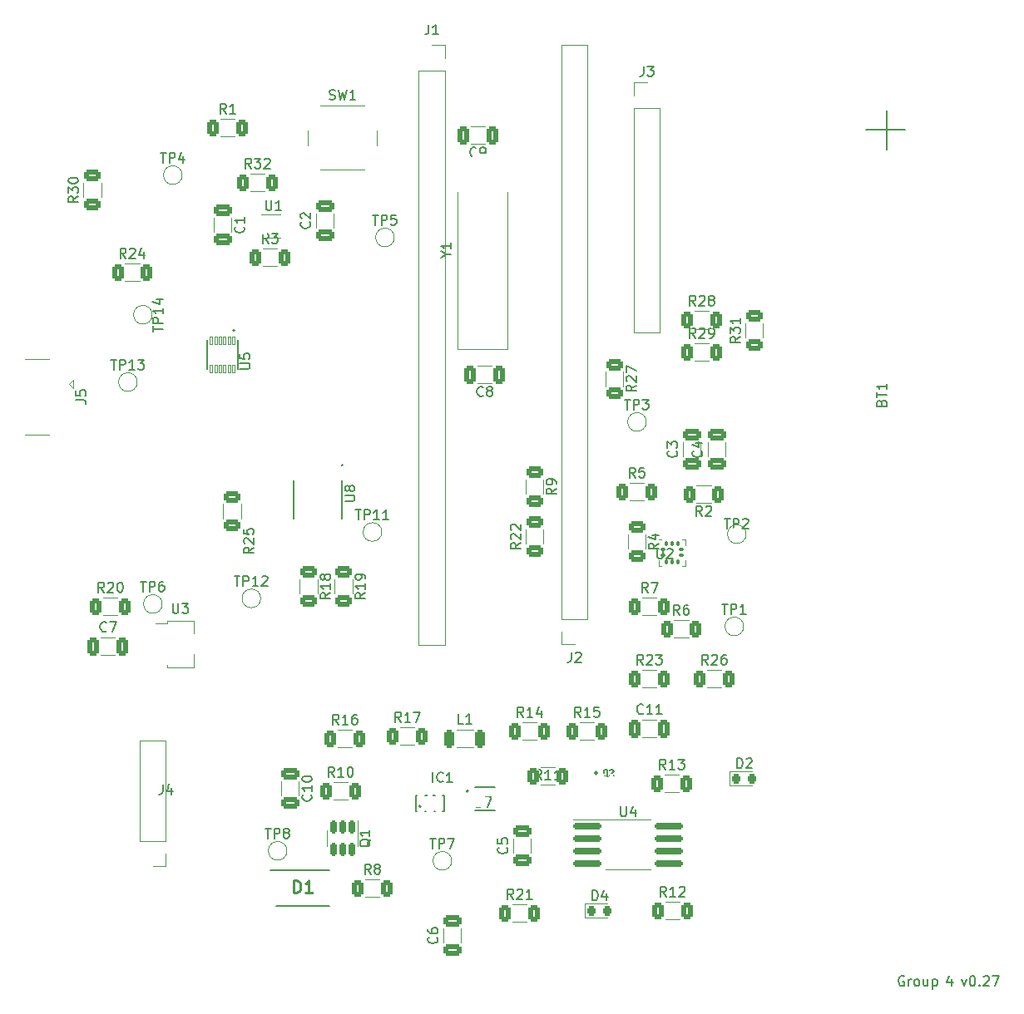
<source format=gbr>
%TF.GenerationSoftware,KiCad,Pcbnew,(7.0.0)*%
%TF.CreationDate,2023-04-25T10:25:48+02:00*%
%TF.ProjectId,main_v0.6,6d61696e-5f76-4302-9e36-2e6b69636164,rev?*%
%TF.SameCoordinates,Original*%
%TF.FileFunction,Legend,Top*%
%TF.FilePolarity,Positive*%
%FSLAX46Y46*%
G04 Gerber Fmt 4.6, Leading zero omitted, Abs format (unit mm)*
G04 Created by KiCad (PCBNEW (7.0.0)) date 2023-04-25 10:25:48*
%MOMM*%
%LPD*%
G01*
G04 APERTURE LIST*
G04 Aperture macros list*
%AMRoundRect*
0 Rectangle with rounded corners*
0 $1 Rounding radius*
0 $2 $3 $4 $5 $6 $7 $8 $9 X,Y pos of 4 corners*
0 Add a 4 corners polygon primitive as box body*
4,1,4,$2,$3,$4,$5,$6,$7,$8,$9,$2,$3,0*
0 Add four circle primitives for the rounded corners*
1,1,$1+$1,$2,$3*
1,1,$1+$1,$4,$5*
1,1,$1+$1,$6,$7*
1,1,$1+$1,$8,$9*
0 Add four rect primitives between the rounded corners*
20,1,$1+$1,$2,$3,$4,$5,0*
20,1,$1+$1,$4,$5,$6,$7,0*
20,1,$1+$1,$6,$7,$8,$9,0*
20,1,$1+$1,$8,$9,$2,$3,0*%
%AMFreePoly0*
4,1,9,3.862500,-0.866500,0.737500,-0.866500,0.737500,-0.450000,-0.737500,-0.450000,-0.737500,0.450000,0.737500,0.450000,0.737500,0.866500,3.862500,0.866500,3.862500,-0.866500,3.862500,-0.866500,$1*%
%AMFreePoly1*
4,1,9,1.050000,0.350000,0.550000,0.000000,0.550000,-0.400000,0.800000,-0.650000,0.800000,-0.800000,-1.050000,-0.800000,-1.050000,0.800000,1.050000,0.800000,1.050000,0.350000,1.050000,0.350000,$1*%
%AMFreePoly2*
4,1,9,1.050000,-0.800000,-0.800000,-0.800000,-0.800000,-0.650000,-0.550000,-0.400000,-0.550000,0.000000,-1.050000,0.350000,-1.050000,0.800000,1.050000,0.800000,1.050000,-0.800000,1.050000,-0.800000,$1*%
G04 Aperture macros list end*
%ADD10C,0.150000*%
%ADD11C,0.254000*%
%ADD12C,0.120000*%
%ADD13C,0.127000*%
%ADD14C,0.200000*%
%ADD15C,0.152400*%
%ADD16C,0.010000*%
%ADD17RoundRect,0.250000X-0.312500X-0.625000X0.312500X-0.625000X0.312500X0.625000X-0.312500X0.625000X0*%
%ADD18RoundRect,0.007500X-0.117500X0.412500X-0.117500X-0.412500X0.117500X-0.412500X0.117500X0.412500X0*%
%ADD19R,2.500000X1.600000*%
%ADD20RoundRect,0.250000X0.625000X-0.312500X0.625000X0.312500X-0.625000X0.312500X-0.625000X-0.312500X0*%
%ADD21R,0.650000X0.400000*%
%ADD22R,1.700000X1.700000*%
%ADD23O,1.700000X1.700000*%
%ADD24RoundRect,0.250000X-0.325000X-0.650000X0.325000X-0.650000X0.325000X0.650000X-0.325000X0.650000X0*%
%ADD25C,1.500000*%
%ADD26RoundRect,0.250000X-0.625000X0.312500X-0.625000X-0.312500X0.625000X-0.312500X0.625000X0.312500X0*%
%ADD27RoundRect,0.218750X-0.218750X-0.256250X0.218750X-0.256250X0.218750X0.256250X-0.218750X0.256250X0*%
%ADD28R,0.550000X1.200000*%
%ADD29R,2.000000X7.875000*%
%ADD30RoundRect,0.250000X0.312500X0.625000X-0.312500X0.625000X-0.312500X-0.625000X0.312500X-0.625000X0*%
%ADD31RoundRect,0.250000X-0.275000X-0.700000X0.275000X-0.700000X0.275000X0.700000X-0.275000X0.700000X0*%
%ADD32RoundRect,0.150000X-0.150000X0.512500X-0.150000X-0.512500X0.150000X-0.512500X0.150000X0.512500X0*%
%ADD33RoundRect,0.175000X-1.250000X-0.175000X1.250000X-0.175000X1.250000X0.175000X-1.250000X0.175000X0*%
%ADD34R,4.570000X4.450000*%
%ADD35RoundRect,0.250000X0.650000X-0.325000X0.650000X0.325000X-0.650000X0.325000X-0.650000X-0.325000X0*%
%ADD36RoundRect,0.250000X-0.650000X0.325000X-0.650000X-0.325000X0.650000X-0.325000X0.650000X0.325000X0*%
%ADD37R,1.300000X0.900000*%
%ADD38FreePoly0,0.000000*%
%ADD39RoundRect,0.250000X0.325000X0.650000X-0.325000X0.650000X-0.325000X-0.650000X0.325000X-0.650000X0*%
%ADD40R,0.600000X1.550000*%
%ADD41R,2.200000X2.150000*%
%ADD42C,2.000000*%
%ADD43RoundRect,0.100000X-0.175000X-0.100000X0.175000X-0.100000X0.175000X0.100000X-0.175000X0.100000X0*%
%ADD44RoundRect,0.100000X-0.100000X-0.175000X0.100000X-0.175000X0.100000X0.175000X-0.100000X0.175000X0*%
%ADD45R,0.380000X0.150000*%
%ADD46R,0.380000X0.630000*%
%ADD47C,0.600000*%
%ADD48R,1.350000X0.400000*%
%ADD49FreePoly1,270.000000*%
%ADD50O,1.700000X1.000000*%
%ADD51R,1.900000X1.900000*%
%ADD52O,1.700000X0.850000*%
%ADD53FreePoly2,270.000000*%
G04 APERTURE END LIST*
D10*
X179831904Y-147420000D02*
X179736666Y-147372380D01*
X179736666Y-147372380D02*
X179593809Y-147372380D01*
X179593809Y-147372380D02*
X179450952Y-147420000D01*
X179450952Y-147420000D02*
X179355714Y-147515238D01*
X179355714Y-147515238D02*
X179308095Y-147610476D01*
X179308095Y-147610476D02*
X179260476Y-147800952D01*
X179260476Y-147800952D02*
X179260476Y-147943809D01*
X179260476Y-147943809D02*
X179308095Y-148134285D01*
X179308095Y-148134285D02*
X179355714Y-148229523D01*
X179355714Y-148229523D02*
X179450952Y-148324761D01*
X179450952Y-148324761D02*
X179593809Y-148372380D01*
X179593809Y-148372380D02*
X179689047Y-148372380D01*
X179689047Y-148372380D02*
X179831904Y-148324761D01*
X179831904Y-148324761D02*
X179879523Y-148277142D01*
X179879523Y-148277142D02*
X179879523Y-147943809D01*
X179879523Y-147943809D02*
X179689047Y-147943809D01*
X180308095Y-148372380D02*
X180308095Y-147705714D01*
X180308095Y-147896190D02*
X180355714Y-147800952D01*
X180355714Y-147800952D02*
X180403333Y-147753333D01*
X180403333Y-147753333D02*
X180498571Y-147705714D01*
X180498571Y-147705714D02*
X180593809Y-147705714D01*
X181070000Y-148372380D02*
X180974762Y-148324761D01*
X180974762Y-148324761D02*
X180927143Y-148277142D01*
X180927143Y-148277142D02*
X180879524Y-148181904D01*
X180879524Y-148181904D02*
X180879524Y-147896190D01*
X180879524Y-147896190D02*
X180927143Y-147800952D01*
X180927143Y-147800952D02*
X180974762Y-147753333D01*
X180974762Y-147753333D02*
X181070000Y-147705714D01*
X181070000Y-147705714D02*
X181212857Y-147705714D01*
X181212857Y-147705714D02*
X181308095Y-147753333D01*
X181308095Y-147753333D02*
X181355714Y-147800952D01*
X181355714Y-147800952D02*
X181403333Y-147896190D01*
X181403333Y-147896190D02*
X181403333Y-148181904D01*
X181403333Y-148181904D02*
X181355714Y-148277142D01*
X181355714Y-148277142D02*
X181308095Y-148324761D01*
X181308095Y-148324761D02*
X181212857Y-148372380D01*
X181212857Y-148372380D02*
X181070000Y-148372380D01*
X182260476Y-147705714D02*
X182260476Y-148372380D01*
X181831905Y-147705714D02*
X181831905Y-148229523D01*
X181831905Y-148229523D02*
X181879524Y-148324761D01*
X181879524Y-148324761D02*
X181974762Y-148372380D01*
X181974762Y-148372380D02*
X182117619Y-148372380D01*
X182117619Y-148372380D02*
X182212857Y-148324761D01*
X182212857Y-148324761D02*
X182260476Y-148277142D01*
X182736667Y-147705714D02*
X182736667Y-148705714D01*
X182736667Y-147753333D02*
X182831905Y-147705714D01*
X182831905Y-147705714D02*
X183022381Y-147705714D01*
X183022381Y-147705714D02*
X183117619Y-147753333D01*
X183117619Y-147753333D02*
X183165238Y-147800952D01*
X183165238Y-147800952D02*
X183212857Y-147896190D01*
X183212857Y-147896190D02*
X183212857Y-148181904D01*
X183212857Y-148181904D02*
X183165238Y-148277142D01*
X183165238Y-148277142D02*
X183117619Y-148324761D01*
X183117619Y-148324761D02*
X183022381Y-148372380D01*
X183022381Y-148372380D02*
X182831905Y-148372380D01*
X182831905Y-148372380D02*
X182736667Y-148324761D01*
X184670000Y-147705714D02*
X184670000Y-148372380D01*
X184431905Y-147324761D02*
X184193810Y-148039047D01*
X184193810Y-148039047D02*
X184812857Y-148039047D01*
X185698572Y-147705714D02*
X185936667Y-148372380D01*
X185936667Y-148372380D02*
X186174762Y-147705714D01*
X186746191Y-147372380D02*
X186841429Y-147372380D01*
X186841429Y-147372380D02*
X186936667Y-147420000D01*
X186936667Y-147420000D02*
X186984286Y-147467619D01*
X186984286Y-147467619D02*
X187031905Y-147562857D01*
X187031905Y-147562857D02*
X187079524Y-147753333D01*
X187079524Y-147753333D02*
X187079524Y-147991428D01*
X187079524Y-147991428D02*
X187031905Y-148181904D01*
X187031905Y-148181904D02*
X186984286Y-148277142D01*
X186984286Y-148277142D02*
X186936667Y-148324761D01*
X186936667Y-148324761D02*
X186841429Y-148372380D01*
X186841429Y-148372380D02*
X186746191Y-148372380D01*
X186746191Y-148372380D02*
X186650953Y-148324761D01*
X186650953Y-148324761D02*
X186603334Y-148277142D01*
X186603334Y-148277142D02*
X186555715Y-148181904D01*
X186555715Y-148181904D02*
X186508096Y-147991428D01*
X186508096Y-147991428D02*
X186508096Y-147753333D01*
X186508096Y-147753333D02*
X186555715Y-147562857D01*
X186555715Y-147562857D02*
X186603334Y-147467619D01*
X186603334Y-147467619D02*
X186650953Y-147420000D01*
X186650953Y-147420000D02*
X186746191Y-147372380D01*
X187508096Y-148277142D02*
X187555715Y-148324761D01*
X187555715Y-148324761D02*
X187508096Y-148372380D01*
X187508096Y-148372380D02*
X187460477Y-148324761D01*
X187460477Y-148324761D02*
X187508096Y-148277142D01*
X187508096Y-148277142D02*
X187508096Y-148372380D01*
X187936667Y-147467619D02*
X187984286Y-147420000D01*
X187984286Y-147420000D02*
X188079524Y-147372380D01*
X188079524Y-147372380D02*
X188317619Y-147372380D01*
X188317619Y-147372380D02*
X188412857Y-147420000D01*
X188412857Y-147420000D02*
X188460476Y-147467619D01*
X188460476Y-147467619D02*
X188508095Y-147562857D01*
X188508095Y-147562857D02*
X188508095Y-147658095D01*
X188508095Y-147658095D02*
X188460476Y-147800952D01*
X188460476Y-147800952D02*
X187889048Y-148372380D01*
X187889048Y-148372380D02*
X188508095Y-148372380D01*
X188841429Y-147372380D02*
X189508095Y-147372380D01*
X189508095Y-147372380D02*
X189079524Y-148372380D01*
%TO.C,R28*%
X158615142Y-79077380D02*
X158281809Y-78601190D01*
X158043714Y-79077380D02*
X158043714Y-78077380D01*
X158043714Y-78077380D02*
X158424666Y-78077380D01*
X158424666Y-78077380D02*
X158519904Y-78125000D01*
X158519904Y-78125000D02*
X158567523Y-78172619D01*
X158567523Y-78172619D02*
X158615142Y-78267857D01*
X158615142Y-78267857D02*
X158615142Y-78410714D01*
X158615142Y-78410714D02*
X158567523Y-78505952D01*
X158567523Y-78505952D02*
X158519904Y-78553571D01*
X158519904Y-78553571D02*
X158424666Y-78601190D01*
X158424666Y-78601190D02*
X158043714Y-78601190D01*
X158996095Y-78172619D02*
X159043714Y-78125000D01*
X159043714Y-78125000D02*
X159138952Y-78077380D01*
X159138952Y-78077380D02*
X159377047Y-78077380D01*
X159377047Y-78077380D02*
X159472285Y-78125000D01*
X159472285Y-78125000D02*
X159519904Y-78172619D01*
X159519904Y-78172619D02*
X159567523Y-78267857D01*
X159567523Y-78267857D02*
X159567523Y-78363095D01*
X159567523Y-78363095D02*
X159519904Y-78505952D01*
X159519904Y-78505952D02*
X158948476Y-79077380D01*
X158948476Y-79077380D02*
X159567523Y-79077380D01*
X160138952Y-78505952D02*
X160043714Y-78458333D01*
X160043714Y-78458333D02*
X159996095Y-78410714D01*
X159996095Y-78410714D02*
X159948476Y-78315476D01*
X159948476Y-78315476D02*
X159948476Y-78267857D01*
X159948476Y-78267857D02*
X159996095Y-78172619D01*
X159996095Y-78172619D02*
X160043714Y-78125000D01*
X160043714Y-78125000D02*
X160138952Y-78077380D01*
X160138952Y-78077380D02*
X160329428Y-78077380D01*
X160329428Y-78077380D02*
X160424666Y-78125000D01*
X160424666Y-78125000D02*
X160472285Y-78172619D01*
X160472285Y-78172619D02*
X160519904Y-78267857D01*
X160519904Y-78267857D02*
X160519904Y-78315476D01*
X160519904Y-78315476D02*
X160472285Y-78410714D01*
X160472285Y-78410714D02*
X160424666Y-78458333D01*
X160424666Y-78458333D02*
X160329428Y-78505952D01*
X160329428Y-78505952D02*
X160138952Y-78505952D01*
X160138952Y-78505952D02*
X160043714Y-78553571D01*
X160043714Y-78553571D02*
X159996095Y-78601190D01*
X159996095Y-78601190D02*
X159948476Y-78696428D01*
X159948476Y-78696428D02*
X159948476Y-78886904D01*
X159948476Y-78886904D02*
X159996095Y-78982142D01*
X159996095Y-78982142D02*
X160043714Y-79029761D01*
X160043714Y-79029761D02*
X160138952Y-79077380D01*
X160138952Y-79077380D02*
X160329428Y-79077380D01*
X160329428Y-79077380D02*
X160424666Y-79029761D01*
X160424666Y-79029761D02*
X160472285Y-78982142D01*
X160472285Y-78982142D02*
X160519904Y-78886904D01*
X160519904Y-78886904D02*
X160519904Y-78696428D01*
X160519904Y-78696428D02*
X160472285Y-78601190D01*
X160472285Y-78601190D02*
X160424666Y-78553571D01*
X160424666Y-78553571D02*
X160329428Y-78505952D01*
%TO.C,U5*%
X112242380Y-85510904D02*
X113051904Y-85510904D01*
X113051904Y-85510904D02*
X113147142Y-85463285D01*
X113147142Y-85463285D02*
X113194761Y-85415666D01*
X113194761Y-85415666D02*
X113242380Y-85320428D01*
X113242380Y-85320428D02*
X113242380Y-85129952D01*
X113242380Y-85129952D02*
X113194761Y-85034714D01*
X113194761Y-85034714D02*
X113147142Y-84987095D01*
X113147142Y-84987095D02*
X113051904Y-84939476D01*
X113051904Y-84939476D02*
X112242380Y-84939476D01*
X112242380Y-83987095D02*
X112242380Y-84463285D01*
X112242380Y-84463285D02*
X112718571Y-84510904D01*
X112718571Y-84510904D02*
X112670952Y-84463285D01*
X112670952Y-84463285D02*
X112623333Y-84368047D01*
X112623333Y-84368047D02*
X112623333Y-84129952D01*
X112623333Y-84129952D02*
X112670952Y-84034714D01*
X112670952Y-84034714D02*
X112718571Y-83987095D01*
X112718571Y-83987095D02*
X112813809Y-83939476D01*
X112813809Y-83939476D02*
X113051904Y-83939476D01*
X113051904Y-83939476D02*
X113147142Y-83987095D01*
X113147142Y-83987095D02*
X113194761Y-84034714D01*
X113194761Y-84034714D02*
X113242380Y-84129952D01*
X113242380Y-84129952D02*
X113242380Y-84368047D01*
X113242380Y-84368047D02*
X113194761Y-84463285D01*
X113194761Y-84463285D02*
X113147142Y-84510904D01*
%TO.C,R22*%
X140787380Y-103258857D02*
X140311190Y-103592190D01*
X140787380Y-103830285D02*
X139787380Y-103830285D01*
X139787380Y-103830285D02*
X139787380Y-103449333D01*
X139787380Y-103449333D02*
X139835000Y-103354095D01*
X139835000Y-103354095D02*
X139882619Y-103306476D01*
X139882619Y-103306476D02*
X139977857Y-103258857D01*
X139977857Y-103258857D02*
X140120714Y-103258857D01*
X140120714Y-103258857D02*
X140215952Y-103306476D01*
X140215952Y-103306476D02*
X140263571Y-103354095D01*
X140263571Y-103354095D02*
X140311190Y-103449333D01*
X140311190Y-103449333D02*
X140311190Y-103830285D01*
X139882619Y-102877904D02*
X139835000Y-102830285D01*
X139835000Y-102830285D02*
X139787380Y-102735047D01*
X139787380Y-102735047D02*
X139787380Y-102496952D01*
X139787380Y-102496952D02*
X139835000Y-102401714D01*
X139835000Y-102401714D02*
X139882619Y-102354095D01*
X139882619Y-102354095D02*
X139977857Y-102306476D01*
X139977857Y-102306476D02*
X140073095Y-102306476D01*
X140073095Y-102306476D02*
X140215952Y-102354095D01*
X140215952Y-102354095D02*
X140787380Y-102925523D01*
X140787380Y-102925523D02*
X140787380Y-102306476D01*
X139882619Y-101925523D02*
X139835000Y-101877904D01*
X139835000Y-101877904D02*
X139787380Y-101782666D01*
X139787380Y-101782666D02*
X139787380Y-101544571D01*
X139787380Y-101544571D02*
X139835000Y-101449333D01*
X139835000Y-101449333D02*
X139882619Y-101401714D01*
X139882619Y-101401714D02*
X139977857Y-101354095D01*
X139977857Y-101354095D02*
X140073095Y-101354095D01*
X140073095Y-101354095D02*
X140215952Y-101401714D01*
X140215952Y-101401714D02*
X140787380Y-101973142D01*
X140787380Y-101973142D02*
X140787380Y-101354095D01*
%TO.C,U1*%
X114874095Y-68345380D02*
X114874095Y-69154904D01*
X114874095Y-69154904D02*
X114921714Y-69250142D01*
X114921714Y-69250142D02*
X114969333Y-69297761D01*
X114969333Y-69297761D02*
X115064571Y-69345380D01*
X115064571Y-69345380D02*
X115255047Y-69345380D01*
X115255047Y-69345380D02*
X115350285Y-69297761D01*
X115350285Y-69297761D02*
X115397904Y-69250142D01*
X115397904Y-69250142D02*
X115445523Y-69154904D01*
X115445523Y-69154904D02*
X115445523Y-68345380D01*
X116445523Y-69345380D02*
X115874095Y-69345380D01*
X116159809Y-69345380D02*
X116159809Y-68345380D01*
X116159809Y-68345380D02*
X116064571Y-68488238D01*
X116064571Y-68488238D02*
X115969333Y-68583476D01*
X115969333Y-68583476D02*
X115874095Y-68631095D01*
%TO.C,R1*%
X110831333Y-59507380D02*
X110498000Y-59031190D01*
X110259905Y-59507380D02*
X110259905Y-58507380D01*
X110259905Y-58507380D02*
X110640857Y-58507380D01*
X110640857Y-58507380D02*
X110736095Y-58555000D01*
X110736095Y-58555000D02*
X110783714Y-58602619D01*
X110783714Y-58602619D02*
X110831333Y-58697857D01*
X110831333Y-58697857D02*
X110831333Y-58840714D01*
X110831333Y-58840714D02*
X110783714Y-58935952D01*
X110783714Y-58935952D02*
X110736095Y-58983571D01*
X110736095Y-58983571D02*
X110640857Y-59031190D01*
X110640857Y-59031190D02*
X110259905Y-59031190D01*
X111783714Y-59507380D02*
X111212286Y-59507380D01*
X111498000Y-59507380D02*
X111498000Y-58507380D01*
X111498000Y-58507380D02*
X111402762Y-58650238D01*
X111402762Y-58650238D02*
X111307524Y-58745476D01*
X111307524Y-58745476D02*
X111212286Y-58793095D01*
%TO.C,J1*%
X131439666Y-50455380D02*
X131439666Y-51169666D01*
X131439666Y-51169666D02*
X131392047Y-51312523D01*
X131392047Y-51312523D02*
X131296809Y-51407761D01*
X131296809Y-51407761D02*
X131153952Y-51455380D01*
X131153952Y-51455380D02*
X131058714Y-51455380D01*
X132439666Y-51455380D02*
X131868238Y-51455380D01*
X132153952Y-51455380D02*
X132153952Y-50455380D01*
X132153952Y-50455380D02*
X132058714Y-50598238D01*
X132058714Y-50598238D02*
X131963476Y-50693476D01*
X131963476Y-50693476D02*
X131868238Y-50741095D01*
%TO.C,R7*%
X153757333Y-108275380D02*
X153424000Y-107799190D01*
X153185905Y-108275380D02*
X153185905Y-107275380D01*
X153185905Y-107275380D02*
X153566857Y-107275380D01*
X153566857Y-107275380D02*
X153662095Y-107323000D01*
X153662095Y-107323000D02*
X153709714Y-107370619D01*
X153709714Y-107370619D02*
X153757333Y-107465857D01*
X153757333Y-107465857D02*
X153757333Y-107608714D01*
X153757333Y-107608714D02*
X153709714Y-107703952D01*
X153709714Y-107703952D02*
X153662095Y-107751571D01*
X153662095Y-107751571D02*
X153566857Y-107799190D01*
X153566857Y-107799190D02*
X153185905Y-107799190D01*
X154090667Y-107275380D02*
X154757333Y-107275380D01*
X154757333Y-107275380D02*
X154328762Y-108275380D01*
%TO.C,C7*%
X98639333Y-112214142D02*
X98591714Y-112261761D01*
X98591714Y-112261761D02*
X98448857Y-112309380D01*
X98448857Y-112309380D02*
X98353619Y-112309380D01*
X98353619Y-112309380D02*
X98210762Y-112261761D01*
X98210762Y-112261761D02*
X98115524Y-112166523D01*
X98115524Y-112166523D02*
X98067905Y-112071285D01*
X98067905Y-112071285D02*
X98020286Y-111880809D01*
X98020286Y-111880809D02*
X98020286Y-111737952D01*
X98020286Y-111737952D02*
X98067905Y-111547476D01*
X98067905Y-111547476D02*
X98115524Y-111452238D01*
X98115524Y-111452238D02*
X98210762Y-111357000D01*
X98210762Y-111357000D02*
X98353619Y-111309380D01*
X98353619Y-111309380D02*
X98448857Y-111309380D01*
X98448857Y-111309380D02*
X98591714Y-111357000D01*
X98591714Y-111357000D02*
X98639333Y-111404619D01*
X98972667Y-111309380D02*
X99639333Y-111309380D01*
X99639333Y-111309380D02*
X99210762Y-112309380D01*
%TO.C,TP14*%
X103377380Y-81748094D02*
X103377380Y-81176666D01*
X104377380Y-81462380D02*
X103377380Y-81462380D01*
X104377380Y-80843332D02*
X103377380Y-80843332D01*
X103377380Y-80843332D02*
X103377380Y-80462380D01*
X103377380Y-80462380D02*
X103425000Y-80367142D01*
X103425000Y-80367142D02*
X103472619Y-80319523D01*
X103472619Y-80319523D02*
X103567857Y-80271904D01*
X103567857Y-80271904D02*
X103710714Y-80271904D01*
X103710714Y-80271904D02*
X103805952Y-80319523D01*
X103805952Y-80319523D02*
X103853571Y-80367142D01*
X103853571Y-80367142D02*
X103901190Y-80462380D01*
X103901190Y-80462380D02*
X103901190Y-80843332D01*
X104377380Y-79319523D02*
X104377380Y-79890951D01*
X104377380Y-79605237D02*
X103377380Y-79605237D01*
X103377380Y-79605237D02*
X103520238Y-79700475D01*
X103520238Y-79700475D02*
X103615476Y-79795713D01*
X103615476Y-79795713D02*
X103663095Y-79890951D01*
X103710714Y-78462380D02*
X104377380Y-78462380D01*
X103329761Y-78700475D02*
X104044047Y-78938570D01*
X104044047Y-78938570D02*
X104044047Y-78319523D01*
%TO.C,TP3*%
X151392095Y-88651380D02*
X151963523Y-88651380D01*
X151677809Y-89651380D02*
X151677809Y-88651380D01*
X152296857Y-89651380D02*
X152296857Y-88651380D01*
X152296857Y-88651380D02*
X152677809Y-88651380D01*
X152677809Y-88651380D02*
X152773047Y-88699000D01*
X152773047Y-88699000D02*
X152820666Y-88746619D01*
X152820666Y-88746619D02*
X152868285Y-88841857D01*
X152868285Y-88841857D02*
X152868285Y-88984714D01*
X152868285Y-88984714D02*
X152820666Y-89079952D01*
X152820666Y-89079952D02*
X152773047Y-89127571D01*
X152773047Y-89127571D02*
X152677809Y-89175190D01*
X152677809Y-89175190D02*
X152296857Y-89175190D01*
X153201619Y-88651380D02*
X153820666Y-88651380D01*
X153820666Y-88651380D02*
X153487333Y-89032333D01*
X153487333Y-89032333D02*
X153630190Y-89032333D01*
X153630190Y-89032333D02*
X153725428Y-89079952D01*
X153725428Y-89079952D02*
X153773047Y-89127571D01*
X153773047Y-89127571D02*
X153820666Y-89222809D01*
X153820666Y-89222809D02*
X153820666Y-89460904D01*
X153820666Y-89460904D02*
X153773047Y-89556142D01*
X153773047Y-89556142D02*
X153725428Y-89603761D01*
X153725428Y-89603761D02*
X153630190Y-89651380D01*
X153630190Y-89651380D02*
X153344476Y-89651380D01*
X153344476Y-89651380D02*
X153249238Y-89603761D01*
X153249238Y-89603761D02*
X153201619Y-89556142D01*
%TO.C,R18*%
X121440380Y-108340357D02*
X120964190Y-108673690D01*
X121440380Y-108911785D02*
X120440380Y-108911785D01*
X120440380Y-108911785D02*
X120440380Y-108530833D01*
X120440380Y-108530833D02*
X120488000Y-108435595D01*
X120488000Y-108435595D02*
X120535619Y-108387976D01*
X120535619Y-108387976D02*
X120630857Y-108340357D01*
X120630857Y-108340357D02*
X120773714Y-108340357D01*
X120773714Y-108340357D02*
X120868952Y-108387976D01*
X120868952Y-108387976D02*
X120916571Y-108435595D01*
X120916571Y-108435595D02*
X120964190Y-108530833D01*
X120964190Y-108530833D02*
X120964190Y-108911785D01*
X121440380Y-107387976D02*
X121440380Y-107959404D01*
X121440380Y-107673690D02*
X120440380Y-107673690D01*
X120440380Y-107673690D02*
X120583238Y-107768928D01*
X120583238Y-107768928D02*
X120678476Y-107864166D01*
X120678476Y-107864166D02*
X120726095Y-107959404D01*
X120868952Y-106816547D02*
X120821333Y-106911785D01*
X120821333Y-106911785D02*
X120773714Y-106959404D01*
X120773714Y-106959404D02*
X120678476Y-107007023D01*
X120678476Y-107007023D02*
X120630857Y-107007023D01*
X120630857Y-107007023D02*
X120535619Y-106959404D01*
X120535619Y-106959404D02*
X120488000Y-106911785D01*
X120488000Y-106911785D02*
X120440380Y-106816547D01*
X120440380Y-106816547D02*
X120440380Y-106626071D01*
X120440380Y-106626071D02*
X120488000Y-106530833D01*
X120488000Y-106530833D02*
X120535619Y-106483214D01*
X120535619Y-106483214D02*
X120630857Y-106435595D01*
X120630857Y-106435595D02*
X120678476Y-106435595D01*
X120678476Y-106435595D02*
X120773714Y-106483214D01*
X120773714Y-106483214D02*
X120821333Y-106530833D01*
X120821333Y-106530833D02*
X120868952Y-106626071D01*
X120868952Y-106626071D02*
X120868952Y-106816547D01*
X120868952Y-106816547D02*
X120916571Y-106911785D01*
X120916571Y-106911785D02*
X120964190Y-106959404D01*
X120964190Y-106959404D02*
X121059428Y-107007023D01*
X121059428Y-107007023D02*
X121249904Y-107007023D01*
X121249904Y-107007023D02*
X121345142Y-106959404D01*
X121345142Y-106959404D02*
X121392761Y-106911785D01*
X121392761Y-106911785D02*
X121440380Y-106816547D01*
X121440380Y-106816547D02*
X121440380Y-106626071D01*
X121440380Y-106626071D02*
X121392761Y-106530833D01*
X121392761Y-106530833D02*
X121345142Y-106483214D01*
X121345142Y-106483214D02*
X121249904Y-106435595D01*
X121249904Y-106435595D02*
X121059428Y-106435595D01*
X121059428Y-106435595D02*
X120964190Y-106483214D01*
X120964190Y-106483214D02*
X120916571Y-106530833D01*
X120916571Y-106530833D02*
X120868952Y-106626071D01*
%TO.C,R24*%
X100641642Y-74239380D02*
X100308309Y-73763190D01*
X100070214Y-74239380D02*
X100070214Y-73239380D01*
X100070214Y-73239380D02*
X100451166Y-73239380D01*
X100451166Y-73239380D02*
X100546404Y-73287000D01*
X100546404Y-73287000D02*
X100594023Y-73334619D01*
X100594023Y-73334619D02*
X100641642Y-73429857D01*
X100641642Y-73429857D02*
X100641642Y-73572714D01*
X100641642Y-73572714D02*
X100594023Y-73667952D01*
X100594023Y-73667952D02*
X100546404Y-73715571D01*
X100546404Y-73715571D02*
X100451166Y-73763190D01*
X100451166Y-73763190D02*
X100070214Y-73763190D01*
X101022595Y-73334619D02*
X101070214Y-73287000D01*
X101070214Y-73287000D02*
X101165452Y-73239380D01*
X101165452Y-73239380D02*
X101403547Y-73239380D01*
X101403547Y-73239380D02*
X101498785Y-73287000D01*
X101498785Y-73287000D02*
X101546404Y-73334619D01*
X101546404Y-73334619D02*
X101594023Y-73429857D01*
X101594023Y-73429857D02*
X101594023Y-73525095D01*
X101594023Y-73525095D02*
X101546404Y-73667952D01*
X101546404Y-73667952D02*
X100974976Y-74239380D01*
X100974976Y-74239380D02*
X101594023Y-74239380D01*
X102451166Y-73572714D02*
X102451166Y-74239380D01*
X102213071Y-73191761D02*
X101974976Y-73906047D01*
X101974976Y-73906047D02*
X102594023Y-73906047D01*
%TO.C,TP11*%
X123991905Y-99859880D02*
X124563333Y-99859880D01*
X124277619Y-100859880D02*
X124277619Y-99859880D01*
X124896667Y-100859880D02*
X124896667Y-99859880D01*
X124896667Y-99859880D02*
X125277619Y-99859880D01*
X125277619Y-99859880D02*
X125372857Y-99907500D01*
X125372857Y-99907500D02*
X125420476Y-99955119D01*
X125420476Y-99955119D02*
X125468095Y-100050357D01*
X125468095Y-100050357D02*
X125468095Y-100193214D01*
X125468095Y-100193214D02*
X125420476Y-100288452D01*
X125420476Y-100288452D02*
X125372857Y-100336071D01*
X125372857Y-100336071D02*
X125277619Y-100383690D01*
X125277619Y-100383690D02*
X124896667Y-100383690D01*
X126420476Y-100859880D02*
X125849048Y-100859880D01*
X126134762Y-100859880D02*
X126134762Y-99859880D01*
X126134762Y-99859880D02*
X126039524Y-100002738D01*
X126039524Y-100002738D02*
X125944286Y-100097976D01*
X125944286Y-100097976D02*
X125849048Y-100145595D01*
X127372857Y-100859880D02*
X126801429Y-100859880D01*
X127087143Y-100859880D02*
X127087143Y-99859880D01*
X127087143Y-99859880D02*
X126991905Y-100002738D01*
X126991905Y-100002738D02*
X126896667Y-100097976D01*
X126896667Y-100097976D02*
X126801429Y-100145595D01*
%TO.C,D2*%
X162837905Y-126191380D02*
X162837905Y-125191380D01*
X162837905Y-125191380D02*
X163076000Y-125191380D01*
X163076000Y-125191380D02*
X163218857Y-125239000D01*
X163218857Y-125239000D02*
X163314095Y-125334238D01*
X163314095Y-125334238D02*
X163361714Y-125429476D01*
X163361714Y-125429476D02*
X163409333Y-125619952D01*
X163409333Y-125619952D02*
X163409333Y-125762809D01*
X163409333Y-125762809D02*
X163361714Y-125953285D01*
X163361714Y-125953285D02*
X163314095Y-126048523D01*
X163314095Y-126048523D02*
X163218857Y-126143761D01*
X163218857Y-126143761D02*
X163076000Y-126191380D01*
X163076000Y-126191380D02*
X162837905Y-126191380D01*
X163790286Y-125286619D02*
X163837905Y-125239000D01*
X163837905Y-125239000D02*
X163933143Y-125191380D01*
X163933143Y-125191380D02*
X164171238Y-125191380D01*
X164171238Y-125191380D02*
X164266476Y-125239000D01*
X164266476Y-125239000D02*
X164314095Y-125286619D01*
X164314095Y-125286619D02*
X164361714Y-125381857D01*
X164361714Y-125381857D02*
X164361714Y-125477095D01*
X164361714Y-125477095D02*
X164314095Y-125619952D01*
X164314095Y-125619952D02*
X163742667Y-126191380D01*
X163742667Y-126191380D02*
X164361714Y-126191380D01*
%TO.C,R17*%
X128643142Y-121483380D02*
X128309809Y-121007190D01*
X128071714Y-121483380D02*
X128071714Y-120483380D01*
X128071714Y-120483380D02*
X128452666Y-120483380D01*
X128452666Y-120483380D02*
X128547904Y-120531000D01*
X128547904Y-120531000D02*
X128595523Y-120578619D01*
X128595523Y-120578619D02*
X128643142Y-120673857D01*
X128643142Y-120673857D02*
X128643142Y-120816714D01*
X128643142Y-120816714D02*
X128595523Y-120911952D01*
X128595523Y-120911952D02*
X128547904Y-120959571D01*
X128547904Y-120959571D02*
X128452666Y-121007190D01*
X128452666Y-121007190D02*
X128071714Y-121007190D01*
X129595523Y-121483380D02*
X129024095Y-121483380D01*
X129309809Y-121483380D02*
X129309809Y-120483380D01*
X129309809Y-120483380D02*
X129214571Y-120626238D01*
X129214571Y-120626238D02*
X129119333Y-120721476D01*
X129119333Y-120721476D02*
X129024095Y-120769095D01*
X129928857Y-120483380D02*
X130595523Y-120483380D01*
X130595523Y-120483380D02*
X130166952Y-121483380D01*
%TO.C,IC1*%
X131865810Y-127621380D02*
X131865810Y-126621380D01*
X132913428Y-127526142D02*
X132865809Y-127573761D01*
X132865809Y-127573761D02*
X132722952Y-127621380D01*
X132722952Y-127621380D02*
X132627714Y-127621380D01*
X132627714Y-127621380D02*
X132484857Y-127573761D01*
X132484857Y-127573761D02*
X132389619Y-127478523D01*
X132389619Y-127478523D02*
X132342000Y-127383285D01*
X132342000Y-127383285D02*
X132294381Y-127192809D01*
X132294381Y-127192809D02*
X132294381Y-127049952D01*
X132294381Y-127049952D02*
X132342000Y-126859476D01*
X132342000Y-126859476D02*
X132389619Y-126764238D01*
X132389619Y-126764238D02*
X132484857Y-126669000D01*
X132484857Y-126669000D02*
X132627714Y-126621380D01*
X132627714Y-126621380D02*
X132722952Y-126621380D01*
X132722952Y-126621380D02*
X132865809Y-126669000D01*
X132865809Y-126669000D02*
X132913428Y-126716619D01*
X133865809Y-127621380D02*
X133294381Y-127621380D01*
X133580095Y-127621380D02*
X133580095Y-126621380D01*
X133580095Y-126621380D02*
X133484857Y-126764238D01*
X133484857Y-126764238D02*
X133389619Y-126859476D01*
X133389619Y-126859476D02*
X133294381Y-126907095D01*
%TO.C,Y1*%
X133247190Y-73882190D02*
X133723380Y-73882190D01*
X132723380Y-74215523D02*
X133247190Y-73882190D01*
X133247190Y-73882190D02*
X132723380Y-73548857D01*
X133723380Y-72691714D02*
X133723380Y-73263142D01*
X133723380Y-72977428D02*
X132723380Y-72977428D01*
X132723380Y-72977428D02*
X132866238Y-73072666D01*
X132866238Y-73072666D02*
X132961476Y-73167904D01*
X132961476Y-73167904D02*
X133009095Y-73263142D01*
%TO.C,R32*%
X113403142Y-65095380D02*
X113069809Y-64619190D01*
X112831714Y-65095380D02*
X112831714Y-64095380D01*
X112831714Y-64095380D02*
X113212666Y-64095380D01*
X113212666Y-64095380D02*
X113307904Y-64143000D01*
X113307904Y-64143000D02*
X113355523Y-64190619D01*
X113355523Y-64190619D02*
X113403142Y-64285857D01*
X113403142Y-64285857D02*
X113403142Y-64428714D01*
X113403142Y-64428714D02*
X113355523Y-64523952D01*
X113355523Y-64523952D02*
X113307904Y-64571571D01*
X113307904Y-64571571D02*
X113212666Y-64619190D01*
X113212666Y-64619190D02*
X112831714Y-64619190D01*
X113736476Y-64095380D02*
X114355523Y-64095380D01*
X114355523Y-64095380D02*
X114022190Y-64476333D01*
X114022190Y-64476333D02*
X114165047Y-64476333D01*
X114165047Y-64476333D02*
X114260285Y-64523952D01*
X114260285Y-64523952D02*
X114307904Y-64571571D01*
X114307904Y-64571571D02*
X114355523Y-64666809D01*
X114355523Y-64666809D02*
X114355523Y-64904904D01*
X114355523Y-64904904D02*
X114307904Y-65000142D01*
X114307904Y-65000142D02*
X114260285Y-65047761D01*
X114260285Y-65047761D02*
X114165047Y-65095380D01*
X114165047Y-65095380D02*
X113879333Y-65095380D01*
X113879333Y-65095380D02*
X113784095Y-65047761D01*
X113784095Y-65047761D02*
X113736476Y-65000142D01*
X114736476Y-64190619D02*
X114784095Y-64143000D01*
X114784095Y-64143000D02*
X114879333Y-64095380D01*
X114879333Y-64095380D02*
X115117428Y-64095380D01*
X115117428Y-64095380D02*
X115212666Y-64143000D01*
X115212666Y-64143000D02*
X115260285Y-64190619D01*
X115260285Y-64190619D02*
X115307904Y-64285857D01*
X115307904Y-64285857D02*
X115307904Y-64381095D01*
X115307904Y-64381095D02*
X115260285Y-64523952D01*
X115260285Y-64523952D02*
X114688857Y-65095380D01*
X114688857Y-65095380D02*
X115307904Y-65095380D01*
%TO.C,R15*%
X146931142Y-120975380D02*
X146597809Y-120499190D01*
X146359714Y-120975380D02*
X146359714Y-119975380D01*
X146359714Y-119975380D02*
X146740666Y-119975380D01*
X146740666Y-119975380D02*
X146835904Y-120023000D01*
X146835904Y-120023000D02*
X146883523Y-120070619D01*
X146883523Y-120070619D02*
X146931142Y-120165857D01*
X146931142Y-120165857D02*
X146931142Y-120308714D01*
X146931142Y-120308714D02*
X146883523Y-120403952D01*
X146883523Y-120403952D02*
X146835904Y-120451571D01*
X146835904Y-120451571D02*
X146740666Y-120499190D01*
X146740666Y-120499190D02*
X146359714Y-120499190D01*
X147883523Y-120975380D02*
X147312095Y-120975380D01*
X147597809Y-120975380D02*
X147597809Y-119975380D01*
X147597809Y-119975380D02*
X147502571Y-120118238D01*
X147502571Y-120118238D02*
X147407333Y-120213476D01*
X147407333Y-120213476D02*
X147312095Y-120261095D01*
X148788285Y-119975380D02*
X148312095Y-119975380D01*
X148312095Y-119975380D02*
X148264476Y-120451571D01*
X148264476Y-120451571D02*
X148312095Y-120403952D01*
X148312095Y-120403952D02*
X148407333Y-120356333D01*
X148407333Y-120356333D02*
X148645428Y-120356333D01*
X148645428Y-120356333D02*
X148740666Y-120403952D01*
X148740666Y-120403952D02*
X148788285Y-120451571D01*
X148788285Y-120451571D02*
X148835904Y-120546809D01*
X148835904Y-120546809D02*
X148835904Y-120784904D01*
X148835904Y-120784904D02*
X148788285Y-120880142D01*
X148788285Y-120880142D02*
X148740666Y-120927761D01*
X148740666Y-120927761D02*
X148645428Y-120975380D01*
X148645428Y-120975380D02*
X148407333Y-120975380D01*
X148407333Y-120975380D02*
X148312095Y-120927761D01*
X148312095Y-120927761D02*
X148264476Y-120880142D01*
%TO.C,C11*%
X153281142Y-120596142D02*
X153233523Y-120643761D01*
X153233523Y-120643761D02*
X153090666Y-120691380D01*
X153090666Y-120691380D02*
X152995428Y-120691380D01*
X152995428Y-120691380D02*
X152852571Y-120643761D01*
X152852571Y-120643761D02*
X152757333Y-120548523D01*
X152757333Y-120548523D02*
X152709714Y-120453285D01*
X152709714Y-120453285D02*
X152662095Y-120262809D01*
X152662095Y-120262809D02*
X152662095Y-120119952D01*
X152662095Y-120119952D02*
X152709714Y-119929476D01*
X152709714Y-119929476D02*
X152757333Y-119834238D01*
X152757333Y-119834238D02*
X152852571Y-119739000D01*
X152852571Y-119739000D02*
X152995428Y-119691380D01*
X152995428Y-119691380D02*
X153090666Y-119691380D01*
X153090666Y-119691380D02*
X153233523Y-119739000D01*
X153233523Y-119739000D02*
X153281142Y-119786619D01*
X154233523Y-120691380D02*
X153662095Y-120691380D01*
X153947809Y-120691380D02*
X153947809Y-119691380D01*
X153947809Y-119691380D02*
X153852571Y-119834238D01*
X153852571Y-119834238D02*
X153757333Y-119929476D01*
X153757333Y-119929476D02*
X153662095Y-119977095D01*
X155185904Y-120691380D02*
X154614476Y-120691380D01*
X154900190Y-120691380D02*
X154900190Y-119691380D01*
X154900190Y-119691380D02*
X154804952Y-119834238D01*
X154804952Y-119834238D02*
X154709714Y-119929476D01*
X154709714Y-119929476D02*
X154614476Y-119977095D01*
%TO.C,J4*%
X104374666Y-127861380D02*
X104374666Y-128575666D01*
X104374666Y-128575666D02*
X104327047Y-128718523D01*
X104327047Y-128718523D02*
X104231809Y-128813761D01*
X104231809Y-128813761D02*
X104088952Y-128861380D01*
X104088952Y-128861380D02*
X103993714Y-128861380D01*
X105279428Y-128194714D02*
X105279428Y-128861380D01*
X105041333Y-127813761D02*
X104803238Y-128528047D01*
X104803238Y-128528047D02*
X105422285Y-128528047D01*
%TO.C,R2*%
X159283833Y-100485380D02*
X158950500Y-100009190D01*
X158712405Y-100485380D02*
X158712405Y-99485380D01*
X158712405Y-99485380D02*
X159093357Y-99485380D01*
X159093357Y-99485380D02*
X159188595Y-99533000D01*
X159188595Y-99533000D02*
X159236214Y-99580619D01*
X159236214Y-99580619D02*
X159283833Y-99675857D01*
X159283833Y-99675857D02*
X159283833Y-99818714D01*
X159283833Y-99818714D02*
X159236214Y-99913952D01*
X159236214Y-99913952D02*
X159188595Y-99961571D01*
X159188595Y-99961571D02*
X159093357Y-100009190D01*
X159093357Y-100009190D02*
X158712405Y-100009190D01*
X159664786Y-99580619D02*
X159712405Y-99533000D01*
X159712405Y-99533000D02*
X159807643Y-99485380D01*
X159807643Y-99485380D02*
X160045738Y-99485380D01*
X160045738Y-99485380D02*
X160140976Y-99533000D01*
X160140976Y-99533000D02*
X160188595Y-99580619D01*
X160188595Y-99580619D02*
X160236214Y-99675857D01*
X160236214Y-99675857D02*
X160236214Y-99771095D01*
X160236214Y-99771095D02*
X160188595Y-99913952D01*
X160188595Y-99913952D02*
X159617167Y-100485380D01*
X159617167Y-100485380D02*
X160236214Y-100485380D01*
%TO.C,L1*%
X134961333Y-121657380D02*
X134485143Y-121657380D01*
X134485143Y-121657380D02*
X134485143Y-120657380D01*
X135818476Y-121657380D02*
X135247048Y-121657380D01*
X135532762Y-121657380D02*
X135532762Y-120657380D01*
X135532762Y-120657380D02*
X135437524Y-120800238D01*
X135437524Y-120800238D02*
X135342286Y-120895476D01*
X135342286Y-120895476D02*
X135247048Y-120943095D01*
%TO.C,Q1*%
X125544619Y-133445238D02*
X125497000Y-133540476D01*
X125497000Y-133540476D02*
X125401761Y-133635714D01*
X125401761Y-133635714D02*
X125258904Y-133778571D01*
X125258904Y-133778571D02*
X125211285Y-133873809D01*
X125211285Y-133873809D02*
X125211285Y-133969047D01*
X125449380Y-133921428D02*
X125401761Y-134016666D01*
X125401761Y-134016666D02*
X125306523Y-134111904D01*
X125306523Y-134111904D02*
X125116047Y-134159523D01*
X125116047Y-134159523D02*
X124782714Y-134159523D01*
X124782714Y-134159523D02*
X124592238Y-134111904D01*
X124592238Y-134111904D02*
X124497000Y-134016666D01*
X124497000Y-134016666D02*
X124449380Y-133921428D01*
X124449380Y-133921428D02*
X124449380Y-133730952D01*
X124449380Y-133730952D02*
X124497000Y-133635714D01*
X124497000Y-133635714D02*
X124592238Y-133540476D01*
X124592238Y-133540476D02*
X124782714Y-133492857D01*
X124782714Y-133492857D02*
X125116047Y-133492857D01*
X125116047Y-133492857D02*
X125306523Y-133540476D01*
X125306523Y-133540476D02*
X125401761Y-133635714D01*
X125401761Y-133635714D02*
X125449380Y-133730952D01*
X125449380Y-133730952D02*
X125449380Y-133921428D01*
X125449380Y-132540476D02*
X125449380Y-133111904D01*
X125449380Y-132826190D02*
X124449380Y-132826190D01*
X124449380Y-132826190D02*
X124592238Y-132921428D01*
X124592238Y-132921428D02*
X124687476Y-133016666D01*
X124687476Y-133016666D02*
X124735095Y-133111904D01*
%TO.C,U4*%
X151006095Y-130112380D02*
X151006095Y-130921904D01*
X151006095Y-130921904D02*
X151053714Y-131017142D01*
X151053714Y-131017142D02*
X151101333Y-131064761D01*
X151101333Y-131064761D02*
X151196571Y-131112380D01*
X151196571Y-131112380D02*
X151387047Y-131112380D01*
X151387047Y-131112380D02*
X151482285Y-131064761D01*
X151482285Y-131064761D02*
X151529904Y-131017142D01*
X151529904Y-131017142D02*
X151577523Y-130921904D01*
X151577523Y-130921904D02*
X151577523Y-130112380D01*
X152482285Y-130445714D02*
X152482285Y-131112380D01*
X152244190Y-130064761D02*
X152006095Y-130779047D01*
X152006095Y-130779047D02*
X152625142Y-130779047D01*
%TO.C,R30*%
X95767880Y-67952857D02*
X95291690Y-68286190D01*
X95767880Y-68524285D02*
X94767880Y-68524285D01*
X94767880Y-68524285D02*
X94767880Y-68143333D01*
X94767880Y-68143333D02*
X94815500Y-68048095D01*
X94815500Y-68048095D02*
X94863119Y-68000476D01*
X94863119Y-68000476D02*
X94958357Y-67952857D01*
X94958357Y-67952857D02*
X95101214Y-67952857D01*
X95101214Y-67952857D02*
X95196452Y-68000476D01*
X95196452Y-68000476D02*
X95244071Y-68048095D01*
X95244071Y-68048095D02*
X95291690Y-68143333D01*
X95291690Y-68143333D02*
X95291690Y-68524285D01*
X94767880Y-67619523D02*
X94767880Y-67000476D01*
X94767880Y-67000476D02*
X95148833Y-67333809D01*
X95148833Y-67333809D02*
X95148833Y-67190952D01*
X95148833Y-67190952D02*
X95196452Y-67095714D01*
X95196452Y-67095714D02*
X95244071Y-67048095D01*
X95244071Y-67048095D02*
X95339309Y-67000476D01*
X95339309Y-67000476D02*
X95577404Y-67000476D01*
X95577404Y-67000476D02*
X95672642Y-67048095D01*
X95672642Y-67048095D02*
X95720261Y-67095714D01*
X95720261Y-67095714D02*
X95767880Y-67190952D01*
X95767880Y-67190952D02*
X95767880Y-67476666D01*
X95767880Y-67476666D02*
X95720261Y-67571904D01*
X95720261Y-67571904D02*
X95672642Y-67619523D01*
X94767880Y-66381428D02*
X94767880Y-66286190D01*
X94767880Y-66286190D02*
X94815500Y-66190952D01*
X94815500Y-66190952D02*
X94863119Y-66143333D01*
X94863119Y-66143333D02*
X94958357Y-66095714D01*
X94958357Y-66095714D02*
X95148833Y-66048095D01*
X95148833Y-66048095D02*
X95386928Y-66048095D01*
X95386928Y-66048095D02*
X95577404Y-66095714D01*
X95577404Y-66095714D02*
X95672642Y-66143333D01*
X95672642Y-66143333D02*
X95720261Y-66190952D01*
X95720261Y-66190952D02*
X95767880Y-66286190D01*
X95767880Y-66286190D02*
X95767880Y-66381428D01*
X95767880Y-66381428D02*
X95720261Y-66476666D01*
X95720261Y-66476666D02*
X95672642Y-66524285D01*
X95672642Y-66524285D02*
X95577404Y-66571904D01*
X95577404Y-66571904D02*
X95386928Y-66619523D01*
X95386928Y-66619523D02*
X95148833Y-66619523D01*
X95148833Y-66619523D02*
X94958357Y-66571904D01*
X94958357Y-66571904D02*
X94863119Y-66524285D01*
X94863119Y-66524285D02*
X94815500Y-66476666D01*
X94815500Y-66476666D02*
X94767880Y-66381428D01*
%TO.C,R11*%
X142928642Y-127367380D02*
X142595309Y-126891190D01*
X142357214Y-127367380D02*
X142357214Y-126367380D01*
X142357214Y-126367380D02*
X142738166Y-126367380D01*
X142738166Y-126367380D02*
X142833404Y-126415000D01*
X142833404Y-126415000D02*
X142881023Y-126462619D01*
X142881023Y-126462619D02*
X142928642Y-126557857D01*
X142928642Y-126557857D02*
X142928642Y-126700714D01*
X142928642Y-126700714D02*
X142881023Y-126795952D01*
X142881023Y-126795952D02*
X142833404Y-126843571D01*
X142833404Y-126843571D02*
X142738166Y-126891190D01*
X142738166Y-126891190D02*
X142357214Y-126891190D01*
X143881023Y-127367380D02*
X143309595Y-127367380D01*
X143595309Y-127367380D02*
X143595309Y-126367380D01*
X143595309Y-126367380D02*
X143500071Y-126510238D01*
X143500071Y-126510238D02*
X143404833Y-126605476D01*
X143404833Y-126605476D02*
X143309595Y-126653095D01*
X144833404Y-127367380D02*
X144261976Y-127367380D01*
X144547690Y-127367380D02*
X144547690Y-126367380D01*
X144547690Y-126367380D02*
X144452452Y-126510238D01*
X144452452Y-126510238D02*
X144357214Y-126605476D01*
X144357214Y-126605476D02*
X144261976Y-126653095D01*
%TO.C,C3*%
X156664142Y-93892666D02*
X156711761Y-93940285D01*
X156711761Y-93940285D02*
X156759380Y-94083142D01*
X156759380Y-94083142D02*
X156759380Y-94178380D01*
X156759380Y-94178380D02*
X156711761Y-94321237D01*
X156711761Y-94321237D02*
X156616523Y-94416475D01*
X156616523Y-94416475D02*
X156521285Y-94464094D01*
X156521285Y-94464094D02*
X156330809Y-94511713D01*
X156330809Y-94511713D02*
X156187952Y-94511713D01*
X156187952Y-94511713D02*
X155997476Y-94464094D01*
X155997476Y-94464094D02*
X155902238Y-94416475D01*
X155902238Y-94416475D02*
X155807000Y-94321237D01*
X155807000Y-94321237D02*
X155759380Y-94178380D01*
X155759380Y-94178380D02*
X155759380Y-94083142D01*
X155759380Y-94083142D02*
X155807000Y-93940285D01*
X155807000Y-93940285D02*
X155854619Y-93892666D01*
X155759380Y-93559332D02*
X155759380Y-92940285D01*
X155759380Y-92940285D02*
X156140333Y-93273618D01*
X156140333Y-93273618D02*
X156140333Y-93130761D01*
X156140333Y-93130761D02*
X156187952Y-93035523D01*
X156187952Y-93035523D02*
X156235571Y-92987904D01*
X156235571Y-92987904D02*
X156330809Y-92940285D01*
X156330809Y-92940285D02*
X156568904Y-92940285D01*
X156568904Y-92940285D02*
X156664142Y-92987904D01*
X156664142Y-92987904D02*
X156711761Y-93035523D01*
X156711761Y-93035523D02*
X156759380Y-93130761D01*
X156759380Y-93130761D02*
X156759380Y-93416475D01*
X156759380Y-93416475D02*
X156711761Y-93511713D01*
X156711761Y-93511713D02*
X156664142Y-93559332D01*
%TO.C,C5*%
X139392142Y-134278666D02*
X139439761Y-134326285D01*
X139439761Y-134326285D02*
X139487380Y-134469142D01*
X139487380Y-134469142D02*
X139487380Y-134564380D01*
X139487380Y-134564380D02*
X139439761Y-134707237D01*
X139439761Y-134707237D02*
X139344523Y-134802475D01*
X139344523Y-134802475D02*
X139249285Y-134850094D01*
X139249285Y-134850094D02*
X139058809Y-134897713D01*
X139058809Y-134897713D02*
X138915952Y-134897713D01*
X138915952Y-134897713D02*
X138725476Y-134850094D01*
X138725476Y-134850094D02*
X138630238Y-134802475D01*
X138630238Y-134802475D02*
X138535000Y-134707237D01*
X138535000Y-134707237D02*
X138487380Y-134564380D01*
X138487380Y-134564380D02*
X138487380Y-134469142D01*
X138487380Y-134469142D02*
X138535000Y-134326285D01*
X138535000Y-134326285D02*
X138582619Y-134278666D01*
X138487380Y-133373904D02*
X138487380Y-133850094D01*
X138487380Y-133850094D02*
X138963571Y-133897713D01*
X138963571Y-133897713D02*
X138915952Y-133850094D01*
X138915952Y-133850094D02*
X138868333Y-133754856D01*
X138868333Y-133754856D02*
X138868333Y-133516761D01*
X138868333Y-133516761D02*
X138915952Y-133421523D01*
X138915952Y-133421523D02*
X138963571Y-133373904D01*
X138963571Y-133373904D02*
X139058809Y-133326285D01*
X139058809Y-133326285D02*
X139296904Y-133326285D01*
X139296904Y-133326285D02*
X139392142Y-133373904D01*
X139392142Y-133373904D02*
X139439761Y-133421523D01*
X139439761Y-133421523D02*
X139487380Y-133516761D01*
X139487380Y-133516761D02*
X139487380Y-133754856D01*
X139487380Y-133754856D02*
X139439761Y-133850094D01*
X139439761Y-133850094D02*
X139392142Y-133897713D01*
%TO.C,R23*%
X153281142Y-115641380D02*
X152947809Y-115165190D01*
X152709714Y-115641380D02*
X152709714Y-114641380D01*
X152709714Y-114641380D02*
X153090666Y-114641380D01*
X153090666Y-114641380D02*
X153185904Y-114689000D01*
X153185904Y-114689000D02*
X153233523Y-114736619D01*
X153233523Y-114736619D02*
X153281142Y-114831857D01*
X153281142Y-114831857D02*
X153281142Y-114974714D01*
X153281142Y-114974714D02*
X153233523Y-115069952D01*
X153233523Y-115069952D02*
X153185904Y-115117571D01*
X153185904Y-115117571D02*
X153090666Y-115165190D01*
X153090666Y-115165190D02*
X152709714Y-115165190D01*
X153662095Y-114736619D02*
X153709714Y-114689000D01*
X153709714Y-114689000D02*
X153804952Y-114641380D01*
X153804952Y-114641380D02*
X154043047Y-114641380D01*
X154043047Y-114641380D02*
X154138285Y-114689000D01*
X154138285Y-114689000D02*
X154185904Y-114736619D01*
X154185904Y-114736619D02*
X154233523Y-114831857D01*
X154233523Y-114831857D02*
X154233523Y-114927095D01*
X154233523Y-114927095D02*
X154185904Y-115069952D01*
X154185904Y-115069952D02*
X153614476Y-115641380D01*
X153614476Y-115641380D02*
X154233523Y-115641380D01*
X154566857Y-114641380D02*
X155185904Y-114641380D01*
X155185904Y-114641380D02*
X154852571Y-115022333D01*
X154852571Y-115022333D02*
X154995428Y-115022333D01*
X154995428Y-115022333D02*
X155090666Y-115069952D01*
X155090666Y-115069952D02*
X155138285Y-115117571D01*
X155138285Y-115117571D02*
X155185904Y-115212809D01*
X155185904Y-115212809D02*
X155185904Y-115450904D01*
X155185904Y-115450904D02*
X155138285Y-115546142D01*
X155138285Y-115546142D02*
X155090666Y-115593761D01*
X155090666Y-115593761D02*
X154995428Y-115641380D01*
X154995428Y-115641380D02*
X154709714Y-115641380D01*
X154709714Y-115641380D02*
X154614476Y-115593761D01*
X154614476Y-115593761D02*
X154566857Y-115546142D01*
%TO.C,C1*%
X112612142Y-71032666D02*
X112659761Y-71080285D01*
X112659761Y-71080285D02*
X112707380Y-71223142D01*
X112707380Y-71223142D02*
X112707380Y-71318380D01*
X112707380Y-71318380D02*
X112659761Y-71461237D01*
X112659761Y-71461237D02*
X112564523Y-71556475D01*
X112564523Y-71556475D02*
X112469285Y-71604094D01*
X112469285Y-71604094D02*
X112278809Y-71651713D01*
X112278809Y-71651713D02*
X112135952Y-71651713D01*
X112135952Y-71651713D02*
X111945476Y-71604094D01*
X111945476Y-71604094D02*
X111850238Y-71556475D01*
X111850238Y-71556475D02*
X111755000Y-71461237D01*
X111755000Y-71461237D02*
X111707380Y-71318380D01*
X111707380Y-71318380D02*
X111707380Y-71223142D01*
X111707380Y-71223142D02*
X111755000Y-71080285D01*
X111755000Y-71080285D02*
X111802619Y-71032666D01*
X112707380Y-70080285D02*
X112707380Y-70651713D01*
X112707380Y-70365999D02*
X111707380Y-70365999D01*
X111707380Y-70365999D02*
X111850238Y-70461237D01*
X111850238Y-70461237D02*
X111945476Y-70556475D01*
X111945476Y-70556475D02*
X111993095Y-70651713D01*
%TO.C,J3*%
X153336666Y-54695380D02*
X153336666Y-55409666D01*
X153336666Y-55409666D02*
X153289047Y-55552523D01*
X153289047Y-55552523D02*
X153193809Y-55647761D01*
X153193809Y-55647761D02*
X153050952Y-55695380D01*
X153050952Y-55695380D02*
X152955714Y-55695380D01*
X153717619Y-54695380D02*
X154336666Y-54695380D01*
X154336666Y-54695380D02*
X154003333Y-55076333D01*
X154003333Y-55076333D02*
X154146190Y-55076333D01*
X154146190Y-55076333D02*
X154241428Y-55123952D01*
X154241428Y-55123952D02*
X154289047Y-55171571D01*
X154289047Y-55171571D02*
X154336666Y-55266809D01*
X154336666Y-55266809D02*
X154336666Y-55504904D01*
X154336666Y-55504904D02*
X154289047Y-55600142D01*
X154289047Y-55600142D02*
X154241428Y-55647761D01*
X154241428Y-55647761D02*
X154146190Y-55695380D01*
X154146190Y-55695380D02*
X153860476Y-55695380D01*
X153860476Y-55695380D02*
X153765238Y-55647761D01*
X153765238Y-55647761D02*
X153717619Y-55600142D01*
%TO.C,R5*%
X152487333Y-96591380D02*
X152154000Y-96115190D01*
X151915905Y-96591380D02*
X151915905Y-95591380D01*
X151915905Y-95591380D02*
X152296857Y-95591380D01*
X152296857Y-95591380D02*
X152392095Y-95639000D01*
X152392095Y-95639000D02*
X152439714Y-95686619D01*
X152439714Y-95686619D02*
X152487333Y-95781857D01*
X152487333Y-95781857D02*
X152487333Y-95924714D01*
X152487333Y-95924714D02*
X152439714Y-96019952D01*
X152439714Y-96019952D02*
X152392095Y-96067571D01*
X152392095Y-96067571D02*
X152296857Y-96115190D01*
X152296857Y-96115190D02*
X151915905Y-96115190D01*
X153392095Y-95591380D02*
X152915905Y-95591380D01*
X152915905Y-95591380D02*
X152868286Y-96067571D01*
X152868286Y-96067571D02*
X152915905Y-96019952D01*
X152915905Y-96019952D02*
X153011143Y-95972333D01*
X153011143Y-95972333D02*
X153249238Y-95972333D01*
X153249238Y-95972333D02*
X153344476Y-96019952D01*
X153344476Y-96019952D02*
X153392095Y-96067571D01*
X153392095Y-96067571D02*
X153439714Y-96162809D01*
X153439714Y-96162809D02*
X153439714Y-96400904D01*
X153439714Y-96400904D02*
X153392095Y-96496142D01*
X153392095Y-96496142D02*
X153344476Y-96543761D01*
X153344476Y-96543761D02*
X153249238Y-96591380D01*
X153249238Y-96591380D02*
X153011143Y-96591380D01*
X153011143Y-96591380D02*
X152915905Y-96543761D01*
X152915905Y-96543761D02*
X152868286Y-96496142D01*
%TO.C,TP4*%
X104148095Y-63505380D02*
X104719523Y-63505380D01*
X104433809Y-64505380D02*
X104433809Y-63505380D01*
X105052857Y-64505380D02*
X105052857Y-63505380D01*
X105052857Y-63505380D02*
X105433809Y-63505380D01*
X105433809Y-63505380D02*
X105529047Y-63553000D01*
X105529047Y-63553000D02*
X105576666Y-63600619D01*
X105576666Y-63600619D02*
X105624285Y-63695857D01*
X105624285Y-63695857D02*
X105624285Y-63838714D01*
X105624285Y-63838714D02*
X105576666Y-63933952D01*
X105576666Y-63933952D02*
X105529047Y-63981571D01*
X105529047Y-63981571D02*
X105433809Y-64029190D01*
X105433809Y-64029190D02*
X105052857Y-64029190D01*
X106481428Y-63838714D02*
X106481428Y-64505380D01*
X106243333Y-63457761D02*
X106005238Y-64172047D01*
X106005238Y-64172047D02*
X106624285Y-64172047D01*
%TO.C,TP6*%
X102116095Y-107193380D02*
X102687523Y-107193380D01*
X102401809Y-108193380D02*
X102401809Y-107193380D01*
X103020857Y-108193380D02*
X103020857Y-107193380D01*
X103020857Y-107193380D02*
X103401809Y-107193380D01*
X103401809Y-107193380D02*
X103497047Y-107241000D01*
X103497047Y-107241000D02*
X103544666Y-107288619D01*
X103544666Y-107288619D02*
X103592285Y-107383857D01*
X103592285Y-107383857D02*
X103592285Y-107526714D01*
X103592285Y-107526714D02*
X103544666Y-107621952D01*
X103544666Y-107621952D02*
X103497047Y-107669571D01*
X103497047Y-107669571D02*
X103401809Y-107717190D01*
X103401809Y-107717190D02*
X103020857Y-107717190D01*
X104449428Y-107193380D02*
X104258952Y-107193380D01*
X104258952Y-107193380D02*
X104163714Y-107241000D01*
X104163714Y-107241000D02*
X104116095Y-107288619D01*
X104116095Y-107288619D02*
X104020857Y-107431476D01*
X104020857Y-107431476D02*
X103973238Y-107621952D01*
X103973238Y-107621952D02*
X103973238Y-108002904D01*
X103973238Y-108002904D02*
X104020857Y-108098142D01*
X104020857Y-108098142D02*
X104068476Y-108145761D01*
X104068476Y-108145761D02*
X104163714Y-108193380D01*
X104163714Y-108193380D02*
X104354190Y-108193380D01*
X104354190Y-108193380D02*
X104449428Y-108145761D01*
X104449428Y-108145761D02*
X104497047Y-108098142D01*
X104497047Y-108098142D02*
X104544666Y-108002904D01*
X104544666Y-108002904D02*
X104544666Y-107764809D01*
X104544666Y-107764809D02*
X104497047Y-107669571D01*
X104497047Y-107669571D02*
X104449428Y-107621952D01*
X104449428Y-107621952D02*
X104354190Y-107574333D01*
X104354190Y-107574333D02*
X104163714Y-107574333D01*
X104163714Y-107574333D02*
X104068476Y-107621952D01*
X104068476Y-107621952D02*
X104020857Y-107669571D01*
X104020857Y-107669571D02*
X103973238Y-107764809D01*
%TO.C,R4*%
X154841380Y-103290666D02*
X154365190Y-103623999D01*
X154841380Y-103862094D02*
X153841380Y-103862094D01*
X153841380Y-103862094D02*
X153841380Y-103481142D01*
X153841380Y-103481142D02*
X153889000Y-103385904D01*
X153889000Y-103385904D02*
X153936619Y-103338285D01*
X153936619Y-103338285D02*
X154031857Y-103290666D01*
X154031857Y-103290666D02*
X154174714Y-103290666D01*
X154174714Y-103290666D02*
X154269952Y-103338285D01*
X154269952Y-103338285D02*
X154317571Y-103385904D01*
X154317571Y-103385904D02*
X154365190Y-103481142D01*
X154365190Y-103481142D02*
X154365190Y-103862094D01*
X154174714Y-102433523D02*
X154841380Y-102433523D01*
X153793761Y-102671618D02*
X154508047Y-102909713D01*
X154508047Y-102909713D02*
X154508047Y-102290666D01*
%TO.C,R14*%
X141089142Y-120975380D02*
X140755809Y-120499190D01*
X140517714Y-120975380D02*
X140517714Y-119975380D01*
X140517714Y-119975380D02*
X140898666Y-119975380D01*
X140898666Y-119975380D02*
X140993904Y-120023000D01*
X140993904Y-120023000D02*
X141041523Y-120070619D01*
X141041523Y-120070619D02*
X141089142Y-120165857D01*
X141089142Y-120165857D02*
X141089142Y-120308714D01*
X141089142Y-120308714D02*
X141041523Y-120403952D01*
X141041523Y-120403952D02*
X140993904Y-120451571D01*
X140993904Y-120451571D02*
X140898666Y-120499190D01*
X140898666Y-120499190D02*
X140517714Y-120499190D01*
X142041523Y-120975380D02*
X141470095Y-120975380D01*
X141755809Y-120975380D02*
X141755809Y-119975380D01*
X141755809Y-119975380D02*
X141660571Y-120118238D01*
X141660571Y-120118238D02*
X141565333Y-120213476D01*
X141565333Y-120213476D02*
X141470095Y-120261095D01*
X142898666Y-120308714D02*
X142898666Y-120975380D01*
X142660571Y-119927761D02*
X142422476Y-120642047D01*
X142422476Y-120642047D02*
X143041523Y-120642047D01*
%TO.C,U3*%
X105410095Y-109405380D02*
X105410095Y-110214904D01*
X105410095Y-110214904D02*
X105457714Y-110310142D01*
X105457714Y-110310142D02*
X105505333Y-110357761D01*
X105505333Y-110357761D02*
X105600571Y-110405380D01*
X105600571Y-110405380D02*
X105791047Y-110405380D01*
X105791047Y-110405380D02*
X105886285Y-110357761D01*
X105886285Y-110357761D02*
X105933904Y-110310142D01*
X105933904Y-110310142D02*
X105981523Y-110214904D01*
X105981523Y-110214904D02*
X105981523Y-109405380D01*
X106362476Y-109405380D02*
X106981523Y-109405380D01*
X106981523Y-109405380D02*
X106648190Y-109786333D01*
X106648190Y-109786333D02*
X106791047Y-109786333D01*
X106791047Y-109786333D02*
X106886285Y-109833952D01*
X106886285Y-109833952D02*
X106933904Y-109881571D01*
X106933904Y-109881571D02*
X106981523Y-109976809D01*
X106981523Y-109976809D02*
X106981523Y-110214904D01*
X106981523Y-110214904D02*
X106933904Y-110310142D01*
X106933904Y-110310142D02*
X106886285Y-110357761D01*
X106886285Y-110357761D02*
X106791047Y-110405380D01*
X106791047Y-110405380D02*
X106505333Y-110405380D01*
X106505333Y-110405380D02*
X106410095Y-110357761D01*
X106410095Y-110357761D02*
X106362476Y-110310142D01*
%TO.C,C9*%
X136280333Y-63844142D02*
X136232714Y-63891761D01*
X136232714Y-63891761D02*
X136089857Y-63939380D01*
X136089857Y-63939380D02*
X135994619Y-63939380D01*
X135994619Y-63939380D02*
X135851762Y-63891761D01*
X135851762Y-63891761D02*
X135756524Y-63796523D01*
X135756524Y-63796523D02*
X135708905Y-63701285D01*
X135708905Y-63701285D02*
X135661286Y-63510809D01*
X135661286Y-63510809D02*
X135661286Y-63367952D01*
X135661286Y-63367952D02*
X135708905Y-63177476D01*
X135708905Y-63177476D02*
X135756524Y-63082238D01*
X135756524Y-63082238D02*
X135851762Y-62987000D01*
X135851762Y-62987000D02*
X135994619Y-62939380D01*
X135994619Y-62939380D02*
X136089857Y-62939380D01*
X136089857Y-62939380D02*
X136232714Y-62987000D01*
X136232714Y-62987000D02*
X136280333Y-63034619D01*
X136756524Y-63939380D02*
X136947000Y-63939380D01*
X136947000Y-63939380D02*
X137042238Y-63891761D01*
X137042238Y-63891761D02*
X137089857Y-63844142D01*
X137089857Y-63844142D02*
X137185095Y-63701285D01*
X137185095Y-63701285D02*
X137232714Y-63510809D01*
X137232714Y-63510809D02*
X137232714Y-63129857D01*
X137232714Y-63129857D02*
X137185095Y-63034619D01*
X137185095Y-63034619D02*
X137137476Y-62987000D01*
X137137476Y-62987000D02*
X137042238Y-62939380D01*
X137042238Y-62939380D02*
X136851762Y-62939380D01*
X136851762Y-62939380D02*
X136756524Y-62987000D01*
X136756524Y-62987000D02*
X136708905Y-63034619D01*
X136708905Y-63034619D02*
X136661286Y-63129857D01*
X136661286Y-63129857D02*
X136661286Y-63367952D01*
X136661286Y-63367952D02*
X136708905Y-63463190D01*
X136708905Y-63463190D02*
X136756524Y-63510809D01*
X136756524Y-63510809D02*
X136851762Y-63558428D01*
X136851762Y-63558428D02*
X137042238Y-63558428D01*
X137042238Y-63558428D02*
X137137476Y-63510809D01*
X137137476Y-63510809D02*
X137185095Y-63463190D01*
X137185095Y-63463190D02*
X137232714Y-63367952D01*
%TO.C,U8*%
X122923905Y-98970631D02*
X123734748Y-98970631D01*
X123734748Y-98970631D02*
X123830142Y-98922935D01*
X123830142Y-98922935D02*
X123877838Y-98875238D01*
X123877838Y-98875238D02*
X123925535Y-98779845D01*
X123925535Y-98779845D02*
X123925535Y-98589058D01*
X123925535Y-98589058D02*
X123877838Y-98493665D01*
X123877838Y-98493665D02*
X123830142Y-98445968D01*
X123830142Y-98445968D02*
X123734748Y-98398271D01*
X123734748Y-98398271D02*
X122923905Y-98398271D01*
X123353175Y-97778214D02*
X123305478Y-97873608D01*
X123305478Y-97873608D02*
X123257782Y-97921304D01*
X123257782Y-97921304D02*
X123162388Y-97969001D01*
X123162388Y-97969001D02*
X123114692Y-97969001D01*
X123114692Y-97969001D02*
X123019298Y-97921304D01*
X123019298Y-97921304D02*
X122971602Y-97873608D01*
X122971602Y-97873608D02*
X122923905Y-97778214D01*
X122923905Y-97778214D02*
X122923905Y-97587428D01*
X122923905Y-97587428D02*
X122971602Y-97492034D01*
X122971602Y-97492034D02*
X123019298Y-97444338D01*
X123019298Y-97444338D02*
X123114692Y-97396641D01*
X123114692Y-97396641D02*
X123162388Y-97396641D01*
X123162388Y-97396641D02*
X123257782Y-97444338D01*
X123257782Y-97444338D02*
X123305478Y-97492034D01*
X123305478Y-97492034D02*
X123353175Y-97587428D01*
X123353175Y-97587428D02*
X123353175Y-97778214D01*
X123353175Y-97778214D02*
X123400872Y-97873608D01*
X123400872Y-97873608D02*
X123448568Y-97921304D01*
X123448568Y-97921304D02*
X123543962Y-97969001D01*
X123543962Y-97969001D02*
X123734748Y-97969001D01*
X123734748Y-97969001D02*
X123830142Y-97921304D01*
X123830142Y-97921304D02*
X123877838Y-97873608D01*
X123877838Y-97873608D02*
X123925535Y-97778214D01*
X123925535Y-97778214D02*
X123925535Y-97587428D01*
X123925535Y-97587428D02*
X123877838Y-97492034D01*
X123877838Y-97492034D02*
X123830142Y-97444338D01*
X123830142Y-97444338D02*
X123734748Y-97396641D01*
X123734748Y-97396641D02*
X123543962Y-97396641D01*
X123543962Y-97396641D02*
X123448568Y-97444338D01*
X123448568Y-97444338D02*
X123400872Y-97492034D01*
X123400872Y-97492034D02*
X123353175Y-97587428D01*
D11*
%TO.C,D1*%
X117680618Y-138896573D02*
X117680618Y-137626573D01*
X117680618Y-137626573D02*
X117982999Y-137626573D01*
X117982999Y-137626573D02*
X118164428Y-137687050D01*
X118164428Y-137687050D02*
X118285380Y-137808002D01*
X118285380Y-137808002D02*
X118345857Y-137928954D01*
X118345857Y-137928954D02*
X118406333Y-138170859D01*
X118406333Y-138170859D02*
X118406333Y-138352288D01*
X118406333Y-138352288D02*
X118345857Y-138594192D01*
X118345857Y-138594192D02*
X118285380Y-138715145D01*
X118285380Y-138715145D02*
X118164428Y-138836097D01*
X118164428Y-138836097D02*
X117982999Y-138896573D01*
X117982999Y-138896573D02*
X117680618Y-138896573D01*
X119615857Y-138896573D02*
X118890142Y-138896573D01*
X119252999Y-138896573D02*
X119252999Y-137626573D01*
X119252999Y-137626573D02*
X119132047Y-137808002D01*
X119132047Y-137808002D02*
X119011095Y-137928954D01*
X119011095Y-137928954D02*
X118890142Y-137989430D01*
D10*
%TO.C,R3*%
X115149333Y-72715380D02*
X114816000Y-72239190D01*
X114577905Y-72715380D02*
X114577905Y-71715380D01*
X114577905Y-71715380D02*
X114958857Y-71715380D01*
X114958857Y-71715380D02*
X115054095Y-71763000D01*
X115054095Y-71763000D02*
X115101714Y-71810619D01*
X115101714Y-71810619D02*
X115149333Y-71905857D01*
X115149333Y-71905857D02*
X115149333Y-72048714D01*
X115149333Y-72048714D02*
X115101714Y-72143952D01*
X115101714Y-72143952D02*
X115054095Y-72191571D01*
X115054095Y-72191571D02*
X114958857Y-72239190D01*
X114958857Y-72239190D02*
X114577905Y-72239190D01*
X115482667Y-71715380D02*
X116101714Y-71715380D01*
X116101714Y-71715380D02*
X115768381Y-72096333D01*
X115768381Y-72096333D02*
X115911238Y-72096333D01*
X115911238Y-72096333D02*
X116006476Y-72143952D01*
X116006476Y-72143952D02*
X116054095Y-72191571D01*
X116054095Y-72191571D02*
X116101714Y-72286809D01*
X116101714Y-72286809D02*
X116101714Y-72524904D01*
X116101714Y-72524904D02*
X116054095Y-72620142D01*
X116054095Y-72620142D02*
X116006476Y-72667761D01*
X116006476Y-72667761D02*
X115911238Y-72715380D01*
X115911238Y-72715380D02*
X115625524Y-72715380D01*
X115625524Y-72715380D02*
X115530286Y-72667761D01*
X115530286Y-72667761D02*
X115482667Y-72620142D01*
%TO.C,R26*%
X159885142Y-115641380D02*
X159551809Y-115165190D01*
X159313714Y-115641380D02*
X159313714Y-114641380D01*
X159313714Y-114641380D02*
X159694666Y-114641380D01*
X159694666Y-114641380D02*
X159789904Y-114689000D01*
X159789904Y-114689000D02*
X159837523Y-114736619D01*
X159837523Y-114736619D02*
X159885142Y-114831857D01*
X159885142Y-114831857D02*
X159885142Y-114974714D01*
X159885142Y-114974714D02*
X159837523Y-115069952D01*
X159837523Y-115069952D02*
X159789904Y-115117571D01*
X159789904Y-115117571D02*
X159694666Y-115165190D01*
X159694666Y-115165190D02*
X159313714Y-115165190D01*
X160266095Y-114736619D02*
X160313714Y-114689000D01*
X160313714Y-114689000D02*
X160408952Y-114641380D01*
X160408952Y-114641380D02*
X160647047Y-114641380D01*
X160647047Y-114641380D02*
X160742285Y-114689000D01*
X160742285Y-114689000D02*
X160789904Y-114736619D01*
X160789904Y-114736619D02*
X160837523Y-114831857D01*
X160837523Y-114831857D02*
X160837523Y-114927095D01*
X160837523Y-114927095D02*
X160789904Y-115069952D01*
X160789904Y-115069952D02*
X160218476Y-115641380D01*
X160218476Y-115641380D02*
X160837523Y-115641380D01*
X161694666Y-114641380D02*
X161504190Y-114641380D01*
X161504190Y-114641380D02*
X161408952Y-114689000D01*
X161408952Y-114689000D02*
X161361333Y-114736619D01*
X161361333Y-114736619D02*
X161266095Y-114879476D01*
X161266095Y-114879476D02*
X161218476Y-115069952D01*
X161218476Y-115069952D02*
X161218476Y-115450904D01*
X161218476Y-115450904D02*
X161266095Y-115546142D01*
X161266095Y-115546142D02*
X161313714Y-115593761D01*
X161313714Y-115593761D02*
X161408952Y-115641380D01*
X161408952Y-115641380D02*
X161599428Y-115641380D01*
X161599428Y-115641380D02*
X161694666Y-115593761D01*
X161694666Y-115593761D02*
X161742285Y-115546142D01*
X161742285Y-115546142D02*
X161789904Y-115450904D01*
X161789904Y-115450904D02*
X161789904Y-115212809D01*
X161789904Y-115212809D02*
X161742285Y-115117571D01*
X161742285Y-115117571D02*
X161694666Y-115069952D01*
X161694666Y-115069952D02*
X161599428Y-115022333D01*
X161599428Y-115022333D02*
X161408952Y-115022333D01*
X161408952Y-115022333D02*
X161313714Y-115069952D01*
X161313714Y-115069952D02*
X161266095Y-115117571D01*
X161266095Y-115117571D02*
X161218476Y-115212809D01*
%TO.C,R10*%
X121846642Y-127071380D02*
X121513309Y-126595190D01*
X121275214Y-127071380D02*
X121275214Y-126071380D01*
X121275214Y-126071380D02*
X121656166Y-126071380D01*
X121656166Y-126071380D02*
X121751404Y-126119000D01*
X121751404Y-126119000D02*
X121799023Y-126166619D01*
X121799023Y-126166619D02*
X121846642Y-126261857D01*
X121846642Y-126261857D02*
X121846642Y-126404714D01*
X121846642Y-126404714D02*
X121799023Y-126499952D01*
X121799023Y-126499952D02*
X121751404Y-126547571D01*
X121751404Y-126547571D02*
X121656166Y-126595190D01*
X121656166Y-126595190D02*
X121275214Y-126595190D01*
X122799023Y-127071380D02*
X122227595Y-127071380D01*
X122513309Y-127071380D02*
X122513309Y-126071380D01*
X122513309Y-126071380D02*
X122418071Y-126214238D01*
X122418071Y-126214238D02*
X122322833Y-126309476D01*
X122322833Y-126309476D02*
X122227595Y-126357095D01*
X123418071Y-126071380D02*
X123513309Y-126071380D01*
X123513309Y-126071380D02*
X123608547Y-126119000D01*
X123608547Y-126119000D02*
X123656166Y-126166619D01*
X123656166Y-126166619D02*
X123703785Y-126261857D01*
X123703785Y-126261857D02*
X123751404Y-126452333D01*
X123751404Y-126452333D02*
X123751404Y-126690428D01*
X123751404Y-126690428D02*
X123703785Y-126880904D01*
X123703785Y-126880904D02*
X123656166Y-126976142D01*
X123656166Y-126976142D02*
X123608547Y-127023761D01*
X123608547Y-127023761D02*
X123513309Y-127071380D01*
X123513309Y-127071380D02*
X123418071Y-127071380D01*
X123418071Y-127071380D02*
X123322833Y-127023761D01*
X123322833Y-127023761D02*
X123275214Y-126976142D01*
X123275214Y-126976142D02*
X123227595Y-126880904D01*
X123227595Y-126880904D02*
X123179976Y-126690428D01*
X123179976Y-126690428D02*
X123179976Y-126452333D01*
X123179976Y-126452333D02*
X123227595Y-126261857D01*
X123227595Y-126261857D02*
X123275214Y-126166619D01*
X123275214Y-126166619D02*
X123322833Y-126119000D01*
X123322833Y-126119000D02*
X123418071Y-126071380D01*
%TO.C,TP13*%
X99099905Y-84587380D02*
X99671333Y-84587380D01*
X99385619Y-85587380D02*
X99385619Y-84587380D01*
X100004667Y-85587380D02*
X100004667Y-84587380D01*
X100004667Y-84587380D02*
X100385619Y-84587380D01*
X100385619Y-84587380D02*
X100480857Y-84635000D01*
X100480857Y-84635000D02*
X100528476Y-84682619D01*
X100528476Y-84682619D02*
X100576095Y-84777857D01*
X100576095Y-84777857D02*
X100576095Y-84920714D01*
X100576095Y-84920714D02*
X100528476Y-85015952D01*
X100528476Y-85015952D02*
X100480857Y-85063571D01*
X100480857Y-85063571D02*
X100385619Y-85111190D01*
X100385619Y-85111190D02*
X100004667Y-85111190D01*
X101528476Y-85587380D02*
X100957048Y-85587380D01*
X101242762Y-85587380D02*
X101242762Y-84587380D01*
X101242762Y-84587380D02*
X101147524Y-84730238D01*
X101147524Y-84730238D02*
X101052286Y-84825476D01*
X101052286Y-84825476D02*
X100957048Y-84873095D01*
X101861810Y-84587380D02*
X102480857Y-84587380D01*
X102480857Y-84587380D02*
X102147524Y-84968333D01*
X102147524Y-84968333D02*
X102290381Y-84968333D01*
X102290381Y-84968333D02*
X102385619Y-85015952D01*
X102385619Y-85015952D02*
X102433238Y-85063571D01*
X102433238Y-85063571D02*
X102480857Y-85158809D01*
X102480857Y-85158809D02*
X102480857Y-85396904D01*
X102480857Y-85396904D02*
X102433238Y-85492142D01*
X102433238Y-85492142D02*
X102385619Y-85539761D01*
X102385619Y-85539761D02*
X102290381Y-85587380D01*
X102290381Y-85587380D02*
X102004667Y-85587380D01*
X102004667Y-85587380D02*
X101909429Y-85539761D01*
X101909429Y-85539761D02*
X101861810Y-85492142D01*
%TO.C,J2*%
X145970666Y-114405380D02*
X145970666Y-115119666D01*
X145970666Y-115119666D02*
X145923047Y-115262523D01*
X145923047Y-115262523D02*
X145827809Y-115357761D01*
X145827809Y-115357761D02*
X145684952Y-115405380D01*
X145684952Y-115405380D02*
X145589714Y-115405380D01*
X146399238Y-114500619D02*
X146446857Y-114453000D01*
X146446857Y-114453000D02*
X146542095Y-114405380D01*
X146542095Y-114405380D02*
X146780190Y-114405380D01*
X146780190Y-114405380D02*
X146875428Y-114453000D01*
X146875428Y-114453000D02*
X146923047Y-114500619D01*
X146923047Y-114500619D02*
X146970666Y-114595857D01*
X146970666Y-114595857D02*
X146970666Y-114691095D01*
X146970666Y-114691095D02*
X146923047Y-114833952D01*
X146923047Y-114833952D02*
X146351619Y-115405380D01*
X146351619Y-115405380D02*
X146970666Y-115405380D01*
%TO.C,R16*%
X122293142Y-121737380D02*
X121959809Y-121261190D01*
X121721714Y-121737380D02*
X121721714Y-120737380D01*
X121721714Y-120737380D02*
X122102666Y-120737380D01*
X122102666Y-120737380D02*
X122197904Y-120785000D01*
X122197904Y-120785000D02*
X122245523Y-120832619D01*
X122245523Y-120832619D02*
X122293142Y-120927857D01*
X122293142Y-120927857D02*
X122293142Y-121070714D01*
X122293142Y-121070714D02*
X122245523Y-121165952D01*
X122245523Y-121165952D02*
X122197904Y-121213571D01*
X122197904Y-121213571D02*
X122102666Y-121261190D01*
X122102666Y-121261190D02*
X121721714Y-121261190D01*
X123245523Y-121737380D02*
X122674095Y-121737380D01*
X122959809Y-121737380D02*
X122959809Y-120737380D01*
X122959809Y-120737380D02*
X122864571Y-120880238D01*
X122864571Y-120880238D02*
X122769333Y-120975476D01*
X122769333Y-120975476D02*
X122674095Y-121023095D01*
X124102666Y-120737380D02*
X123912190Y-120737380D01*
X123912190Y-120737380D02*
X123816952Y-120785000D01*
X123816952Y-120785000D02*
X123769333Y-120832619D01*
X123769333Y-120832619D02*
X123674095Y-120975476D01*
X123674095Y-120975476D02*
X123626476Y-121165952D01*
X123626476Y-121165952D02*
X123626476Y-121546904D01*
X123626476Y-121546904D02*
X123674095Y-121642142D01*
X123674095Y-121642142D02*
X123721714Y-121689761D01*
X123721714Y-121689761D02*
X123816952Y-121737380D01*
X123816952Y-121737380D02*
X124007428Y-121737380D01*
X124007428Y-121737380D02*
X124102666Y-121689761D01*
X124102666Y-121689761D02*
X124150285Y-121642142D01*
X124150285Y-121642142D02*
X124197904Y-121546904D01*
X124197904Y-121546904D02*
X124197904Y-121308809D01*
X124197904Y-121308809D02*
X124150285Y-121213571D01*
X124150285Y-121213571D02*
X124102666Y-121165952D01*
X124102666Y-121165952D02*
X124007428Y-121118333D01*
X124007428Y-121118333D02*
X123816952Y-121118333D01*
X123816952Y-121118333D02*
X123721714Y-121165952D01*
X123721714Y-121165952D02*
X123674095Y-121213571D01*
X123674095Y-121213571D02*
X123626476Y-121308809D01*
%TO.C,R13*%
X155567142Y-126309380D02*
X155233809Y-125833190D01*
X154995714Y-126309380D02*
X154995714Y-125309380D01*
X154995714Y-125309380D02*
X155376666Y-125309380D01*
X155376666Y-125309380D02*
X155471904Y-125357000D01*
X155471904Y-125357000D02*
X155519523Y-125404619D01*
X155519523Y-125404619D02*
X155567142Y-125499857D01*
X155567142Y-125499857D02*
X155567142Y-125642714D01*
X155567142Y-125642714D02*
X155519523Y-125737952D01*
X155519523Y-125737952D02*
X155471904Y-125785571D01*
X155471904Y-125785571D02*
X155376666Y-125833190D01*
X155376666Y-125833190D02*
X154995714Y-125833190D01*
X156519523Y-126309380D02*
X155948095Y-126309380D01*
X156233809Y-126309380D02*
X156233809Y-125309380D01*
X156233809Y-125309380D02*
X156138571Y-125452238D01*
X156138571Y-125452238D02*
X156043333Y-125547476D01*
X156043333Y-125547476D02*
X155948095Y-125595095D01*
X156852857Y-125309380D02*
X157471904Y-125309380D01*
X157471904Y-125309380D02*
X157138571Y-125690333D01*
X157138571Y-125690333D02*
X157281428Y-125690333D01*
X157281428Y-125690333D02*
X157376666Y-125737952D01*
X157376666Y-125737952D02*
X157424285Y-125785571D01*
X157424285Y-125785571D02*
X157471904Y-125880809D01*
X157471904Y-125880809D02*
X157471904Y-126118904D01*
X157471904Y-126118904D02*
X157424285Y-126214142D01*
X157424285Y-126214142D02*
X157376666Y-126261761D01*
X157376666Y-126261761D02*
X157281428Y-126309380D01*
X157281428Y-126309380D02*
X156995714Y-126309380D01*
X156995714Y-126309380D02*
X156900476Y-126261761D01*
X156900476Y-126261761D02*
X156852857Y-126214142D01*
%TO.C,C8*%
X136993333Y-88228142D02*
X136945714Y-88275761D01*
X136945714Y-88275761D02*
X136802857Y-88323380D01*
X136802857Y-88323380D02*
X136707619Y-88323380D01*
X136707619Y-88323380D02*
X136564762Y-88275761D01*
X136564762Y-88275761D02*
X136469524Y-88180523D01*
X136469524Y-88180523D02*
X136421905Y-88085285D01*
X136421905Y-88085285D02*
X136374286Y-87894809D01*
X136374286Y-87894809D02*
X136374286Y-87751952D01*
X136374286Y-87751952D02*
X136421905Y-87561476D01*
X136421905Y-87561476D02*
X136469524Y-87466238D01*
X136469524Y-87466238D02*
X136564762Y-87371000D01*
X136564762Y-87371000D02*
X136707619Y-87323380D01*
X136707619Y-87323380D02*
X136802857Y-87323380D01*
X136802857Y-87323380D02*
X136945714Y-87371000D01*
X136945714Y-87371000D02*
X136993333Y-87418619D01*
X137564762Y-87751952D02*
X137469524Y-87704333D01*
X137469524Y-87704333D02*
X137421905Y-87656714D01*
X137421905Y-87656714D02*
X137374286Y-87561476D01*
X137374286Y-87561476D02*
X137374286Y-87513857D01*
X137374286Y-87513857D02*
X137421905Y-87418619D01*
X137421905Y-87418619D02*
X137469524Y-87371000D01*
X137469524Y-87371000D02*
X137564762Y-87323380D01*
X137564762Y-87323380D02*
X137755238Y-87323380D01*
X137755238Y-87323380D02*
X137850476Y-87371000D01*
X137850476Y-87371000D02*
X137898095Y-87418619D01*
X137898095Y-87418619D02*
X137945714Y-87513857D01*
X137945714Y-87513857D02*
X137945714Y-87561476D01*
X137945714Y-87561476D02*
X137898095Y-87656714D01*
X137898095Y-87656714D02*
X137850476Y-87704333D01*
X137850476Y-87704333D02*
X137755238Y-87751952D01*
X137755238Y-87751952D02*
X137564762Y-87751952D01*
X137564762Y-87751952D02*
X137469524Y-87799571D01*
X137469524Y-87799571D02*
X137421905Y-87847190D01*
X137421905Y-87847190D02*
X137374286Y-87942428D01*
X137374286Y-87942428D02*
X137374286Y-88132904D01*
X137374286Y-88132904D02*
X137421905Y-88228142D01*
X137421905Y-88228142D02*
X137469524Y-88275761D01*
X137469524Y-88275761D02*
X137564762Y-88323380D01*
X137564762Y-88323380D02*
X137755238Y-88323380D01*
X137755238Y-88323380D02*
X137850476Y-88275761D01*
X137850476Y-88275761D02*
X137898095Y-88228142D01*
X137898095Y-88228142D02*
X137945714Y-88132904D01*
X137945714Y-88132904D02*
X137945714Y-87942428D01*
X137945714Y-87942428D02*
X137898095Y-87847190D01*
X137898095Y-87847190D02*
X137850476Y-87799571D01*
X137850476Y-87799571D02*
X137755238Y-87751952D01*
%TO.C,SW1*%
X121348667Y-58045761D02*
X121491524Y-58093380D01*
X121491524Y-58093380D02*
X121729619Y-58093380D01*
X121729619Y-58093380D02*
X121824857Y-58045761D01*
X121824857Y-58045761D02*
X121872476Y-57998142D01*
X121872476Y-57998142D02*
X121920095Y-57902904D01*
X121920095Y-57902904D02*
X121920095Y-57807666D01*
X121920095Y-57807666D02*
X121872476Y-57712428D01*
X121872476Y-57712428D02*
X121824857Y-57664809D01*
X121824857Y-57664809D02*
X121729619Y-57617190D01*
X121729619Y-57617190D02*
X121539143Y-57569571D01*
X121539143Y-57569571D02*
X121443905Y-57521952D01*
X121443905Y-57521952D02*
X121396286Y-57474333D01*
X121396286Y-57474333D02*
X121348667Y-57379095D01*
X121348667Y-57379095D02*
X121348667Y-57283857D01*
X121348667Y-57283857D02*
X121396286Y-57188619D01*
X121396286Y-57188619D02*
X121443905Y-57141000D01*
X121443905Y-57141000D02*
X121539143Y-57093380D01*
X121539143Y-57093380D02*
X121777238Y-57093380D01*
X121777238Y-57093380D02*
X121920095Y-57141000D01*
X122253429Y-57093380D02*
X122491524Y-58093380D01*
X122491524Y-58093380D02*
X122682000Y-57379095D01*
X122682000Y-57379095D02*
X122872476Y-58093380D01*
X122872476Y-58093380D02*
X123110572Y-57093380D01*
X124015333Y-58093380D02*
X123443905Y-58093380D01*
X123729619Y-58093380D02*
X123729619Y-57093380D01*
X123729619Y-57093380D02*
X123634381Y-57236238D01*
X123634381Y-57236238D02*
X123539143Y-57331476D01*
X123539143Y-57331476D02*
X123443905Y-57379095D01*
%TO.C,TP8*%
X114816095Y-132339380D02*
X115387523Y-132339380D01*
X115101809Y-133339380D02*
X115101809Y-132339380D01*
X115720857Y-133339380D02*
X115720857Y-132339380D01*
X115720857Y-132339380D02*
X116101809Y-132339380D01*
X116101809Y-132339380D02*
X116197047Y-132387000D01*
X116197047Y-132387000D02*
X116244666Y-132434619D01*
X116244666Y-132434619D02*
X116292285Y-132529857D01*
X116292285Y-132529857D02*
X116292285Y-132672714D01*
X116292285Y-132672714D02*
X116244666Y-132767952D01*
X116244666Y-132767952D02*
X116197047Y-132815571D01*
X116197047Y-132815571D02*
X116101809Y-132863190D01*
X116101809Y-132863190D02*
X115720857Y-132863190D01*
X116863714Y-132767952D02*
X116768476Y-132720333D01*
X116768476Y-132720333D02*
X116720857Y-132672714D01*
X116720857Y-132672714D02*
X116673238Y-132577476D01*
X116673238Y-132577476D02*
X116673238Y-132529857D01*
X116673238Y-132529857D02*
X116720857Y-132434619D01*
X116720857Y-132434619D02*
X116768476Y-132387000D01*
X116768476Y-132387000D02*
X116863714Y-132339380D01*
X116863714Y-132339380D02*
X117054190Y-132339380D01*
X117054190Y-132339380D02*
X117149428Y-132387000D01*
X117149428Y-132387000D02*
X117197047Y-132434619D01*
X117197047Y-132434619D02*
X117244666Y-132529857D01*
X117244666Y-132529857D02*
X117244666Y-132577476D01*
X117244666Y-132577476D02*
X117197047Y-132672714D01*
X117197047Y-132672714D02*
X117149428Y-132720333D01*
X117149428Y-132720333D02*
X117054190Y-132767952D01*
X117054190Y-132767952D02*
X116863714Y-132767952D01*
X116863714Y-132767952D02*
X116768476Y-132815571D01*
X116768476Y-132815571D02*
X116720857Y-132863190D01*
X116720857Y-132863190D02*
X116673238Y-132958428D01*
X116673238Y-132958428D02*
X116673238Y-133148904D01*
X116673238Y-133148904D02*
X116720857Y-133244142D01*
X116720857Y-133244142D02*
X116768476Y-133291761D01*
X116768476Y-133291761D02*
X116863714Y-133339380D01*
X116863714Y-133339380D02*
X117054190Y-133339380D01*
X117054190Y-133339380D02*
X117149428Y-133291761D01*
X117149428Y-133291761D02*
X117197047Y-133244142D01*
X117197047Y-133244142D02*
X117244666Y-133148904D01*
X117244666Y-133148904D02*
X117244666Y-132958428D01*
X117244666Y-132958428D02*
X117197047Y-132863190D01*
X117197047Y-132863190D02*
X117149428Y-132815571D01*
X117149428Y-132815571D02*
X117054190Y-132767952D01*
%TO.C,R21*%
X140073142Y-139517380D02*
X139739809Y-139041190D01*
X139501714Y-139517380D02*
X139501714Y-138517380D01*
X139501714Y-138517380D02*
X139882666Y-138517380D01*
X139882666Y-138517380D02*
X139977904Y-138565000D01*
X139977904Y-138565000D02*
X140025523Y-138612619D01*
X140025523Y-138612619D02*
X140073142Y-138707857D01*
X140073142Y-138707857D02*
X140073142Y-138850714D01*
X140073142Y-138850714D02*
X140025523Y-138945952D01*
X140025523Y-138945952D02*
X139977904Y-138993571D01*
X139977904Y-138993571D02*
X139882666Y-139041190D01*
X139882666Y-139041190D02*
X139501714Y-139041190D01*
X140454095Y-138612619D02*
X140501714Y-138565000D01*
X140501714Y-138565000D02*
X140596952Y-138517380D01*
X140596952Y-138517380D02*
X140835047Y-138517380D01*
X140835047Y-138517380D02*
X140930285Y-138565000D01*
X140930285Y-138565000D02*
X140977904Y-138612619D01*
X140977904Y-138612619D02*
X141025523Y-138707857D01*
X141025523Y-138707857D02*
X141025523Y-138803095D01*
X141025523Y-138803095D02*
X140977904Y-138945952D01*
X140977904Y-138945952D02*
X140406476Y-139517380D01*
X140406476Y-139517380D02*
X141025523Y-139517380D01*
X141977904Y-139517380D02*
X141406476Y-139517380D01*
X141692190Y-139517380D02*
X141692190Y-138517380D01*
X141692190Y-138517380D02*
X141596952Y-138660238D01*
X141596952Y-138660238D02*
X141501714Y-138755476D01*
X141501714Y-138755476D02*
X141406476Y-138803095D01*
%TO.C,R25*%
X113627880Y-103706857D02*
X113151690Y-104040190D01*
X113627880Y-104278285D02*
X112627880Y-104278285D01*
X112627880Y-104278285D02*
X112627880Y-103897333D01*
X112627880Y-103897333D02*
X112675500Y-103802095D01*
X112675500Y-103802095D02*
X112723119Y-103754476D01*
X112723119Y-103754476D02*
X112818357Y-103706857D01*
X112818357Y-103706857D02*
X112961214Y-103706857D01*
X112961214Y-103706857D02*
X113056452Y-103754476D01*
X113056452Y-103754476D02*
X113104071Y-103802095D01*
X113104071Y-103802095D02*
X113151690Y-103897333D01*
X113151690Y-103897333D02*
X113151690Y-104278285D01*
X112723119Y-103325904D02*
X112675500Y-103278285D01*
X112675500Y-103278285D02*
X112627880Y-103183047D01*
X112627880Y-103183047D02*
X112627880Y-102944952D01*
X112627880Y-102944952D02*
X112675500Y-102849714D01*
X112675500Y-102849714D02*
X112723119Y-102802095D01*
X112723119Y-102802095D02*
X112818357Y-102754476D01*
X112818357Y-102754476D02*
X112913595Y-102754476D01*
X112913595Y-102754476D02*
X113056452Y-102802095D01*
X113056452Y-102802095D02*
X113627880Y-103373523D01*
X113627880Y-103373523D02*
X113627880Y-102754476D01*
X112627880Y-101849714D02*
X112627880Y-102325904D01*
X112627880Y-102325904D02*
X113104071Y-102373523D01*
X113104071Y-102373523D02*
X113056452Y-102325904D01*
X113056452Y-102325904D02*
X113008833Y-102230666D01*
X113008833Y-102230666D02*
X113008833Y-101992571D01*
X113008833Y-101992571D02*
X113056452Y-101897333D01*
X113056452Y-101897333D02*
X113104071Y-101849714D01*
X113104071Y-101849714D02*
X113199309Y-101802095D01*
X113199309Y-101802095D02*
X113437404Y-101802095D01*
X113437404Y-101802095D02*
X113532642Y-101849714D01*
X113532642Y-101849714D02*
X113580261Y-101897333D01*
X113580261Y-101897333D02*
X113627880Y-101992571D01*
X113627880Y-101992571D02*
X113627880Y-102230666D01*
X113627880Y-102230666D02*
X113580261Y-102325904D01*
X113580261Y-102325904D02*
X113532642Y-102373523D01*
%TO.C,R6*%
X156996333Y-110561380D02*
X156663000Y-110085190D01*
X156424905Y-110561380D02*
X156424905Y-109561380D01*
X156424905Y-109561380D02*
X156805857Y-109561380D01*
X156805857Y-109561380D02*
X156901095Y-109609000D01*
X156901095Y-109609000D02*
X156948714Y-109656619D01*
X156948714Y-109656619D02*
X156996333Y-109751857D01*
X156996333Y-109751857D02*
X156996333Y-109894714D01*
X156996333Y-109894714D02*
X156948714Y-109989952D01*
X156948714Y-109989952D02*
X156901095Y-110037571D01*
X156901095Y-110037571D02*
X156805857Y-110085190D01*
X156805857Y-110085190D02*
X156424905Y-110085190D01*
X157853476Y-109561380D02*
X157663000Y-109561380D01*
X157663000Y-109561380D02*
X157567762Y-109609000D01*
X157567762Y-109609000D02*
X157520143Y-109656619D01*
X157520143Y-109656619D02*
X157424905Y-109799476D01*
X157424905Y-109799476D02*
X157377286Y-109989952D01*
X157377286Y-109989952D02*
X157377286Y-110370904D01*
X157377286Y-110370904D02*
X157424905Y-110466142D01*
X157424905Y-110466142D02*
X157472524Y-110513761D01*
X157472524Y-110513761D02*
X157567762Y-110561380D01*
X157567762Y-110561380D02*
X157758238Y-110561380D01*
X157758238Y-110561380D02*
X157853476Y-110513761D01*
X157853476Y-110513761D02*
X157901095Y-110466142D01*
X157901095Y-110466142D02*
X157948714Y-110370904D01*
X157948714Y-110370904D02*
X157948714Y-110132809D01*
X157948714Y-110132809D02*
X157901095Y-110037571D01*
X157901095Y-110037571D02*
X157853476Y-109989952D01*
X157853476Y-109989952D02*
X157758238Y-109942333D01*
X157758238Y-109942333D02*
X157567762Y-109942333D01*
X157567762Y-109942333D02*
X157472524Y-109989952D01*
X157472524Y-109989952D02*
X157424905Y-110037571D01*
X157424905Y-110037571D02*
X157377286Y-110132809D01*
%TO.C,C4*%
X159204142Y-93892666D02*
X159251761Y-93940285D01*
X159251761Y-93940285D02*
X159299380Y-94083142D01*
X159299380Y-94083142D02*
X159299380Y-94178380D01*
X159299380Y-94178380D02*
X159251761Y-94321237D01*
X159251761Y-94321237D02*
X159156523Y-94416475D01*
X159156523Y-94416475D02*
X159061285Y-94464094D01*
X159061285Y-94464094D02*
X158870809Y-94511713D01*
X158870809Y-94511713D02*
X158727952Y-94511713D01*
X158727952Y-94511713D02*
X158537476Y-94464094D01*
X158537476Y-94464094D02*
X158442238Y-94416475D01*
X158442238Y-94416475D02*
X158347000Y-94321237D01*
X158347000Y-94321237D02*
X158299380Y-94178380D01*
X158299380Y-94178380D02*
X158299380Y-94083142D01*
X158299380Y-94083142D02*
X158347000Y-93940285D01*
X158347000Y-93940285D02*
X158394619Y-93892666D01*
X158632714Y-93035523D02*
X159299380Y-93035523D01*
X158251761Y-93273618D02*
X158966047Y-93511713D01*
X158966047Y-93511713D02*
X158966047Y-92892666D01*
%TO.C,R9*%
X144427380Y-97702666D02*
X143951190Y-98035999D01*
X144427380Y-98274094D02*
X143427380Y-98274094D01*
X143427380Y-98274094D02*
X143427380Y-97893142D01*
X143427380Y-97893142D02*
X143475000Y-97797904D01*
X143475000Y-97797904D02*
X143522619Y-97750285D01*
X143522619Y-97750285D02*
X143617857Y-97702666D01*
X143617857Y-97702666D02*
X143760714Y-97702666D01*
X143760714Y-97702666D02*
X143855952Y-97750285D01*
X143855952Y-97750285D02*
X143903571Y-97797904D01*
X143903571Y-97797904D02*
X143951190Y-97893142D01*
X143951190Y-97893142D02*
X143951190Y-98274094D01*
X144427380Y-97226475D02*
X144427380Y-97035999D01*
X144427380Y-97035999D02*
X144379761Y-96940761D01*
X144379761Y-96940761D02*
X144332142Y-96893142D01*
X144332142Y-96893142D02*
X144189285Y-96797904D01*
X144189285Y-96797904D02*
X143998809Y-96750285D01*
X143998809Y-96750285D02*
X143617857Y-96750285D01*
X143617857Y-96750285D02*
X143522619Y-96797904D01*
X143522619Y-96797904D02*
X143475000Y-96845523D01*
X143475000Y-96845523D02*
X143427380Y-96940761D01*
X143427380Y-96940761D02*
X143427380Y-97131237D01*
X143427380Y-97131237D02*
X143475000Y-97226475D01*
X143475000Y-97226475D02*
X143522619Y-97274094D01*
X143522619Y-97274094D02*
X143617857Y-97321713D01*
X143617857Y-97321713D02*
X143855952Y-97321713D01*
X143855952Y-97321713D02*
X143951190Y-97274094D01*
X143951190Y-97274094D02*
X143998809Y-97226475D01*
X143998809Y-97226475D02*
X144046428Y-97131237D01*
X144046428Y-97131237D02*
X144046428Y-96940761D01*
X144046428Y-96940761D02*
X143998809Y-96845523D01*
X143998809Y-96845523D02*
X143951190Y-96797904D01*
X143951190Y-96797904D02*
X143855952Y-96750285D01*
%TO.C,C10*%
X119470142Y-128912857D02*
X119517761Y-128960476D01*
X119517761Y-128960476D02*
X119565380Y-129103333D01*
X119565380Y-129103333D02*
X119565380Y-129198571D01*
X119565380Y-129198571D02*
X119517761Y-129341428D01*
X119517761Y-129341428D02*
X119422523Y-129436666D01*
X119422523Y-129436666D02*
X119327285Y-129484285D01*
X119327285Y-129484285D02*
X119136809Y-129531904D01*
X119136809Y-129531904D02*
X118993952Y-129531904D01*
X118993952Y-129531904D02*
X118803476Y-129484285D01*
X118803476Y-129484285D02*
X118708238Y-129436666D01*
X118708238Y-129436666D02*
X118613000Y-129341428D01*
X118613000Y-129341428D02*
X118565380Y-129198571D01*
X118565380Y-129198571D02*
X118565380Y-129103333D01*
X118565380Y-129103333D02*
X118613000Y-128960476D01*
X118613000Y-128960476D02*
X118660619Y-128912857D01*
X119565380Y-127960476D02*
X119565380Y-128531904D01*
X119565380Y-128246190D02*
X118565380Y-128246190D01*
X118565380Y-128246190D02*
X118708238Y-128341428D01*
X118708238Y-128341428D02*
X118803476Y-128436666D01*
X118803476Y-128436666D02*
X118851095Y-128531904D01*
X118565380Y-127341428D02*
X118565380Y-127246190D01*
X118565380Y-127246190D02*
X118613000Y-127150952D01*
X118613000Y-127150952D02*
X118660619Y-127103333D01*
X118660619Y-127103333D02*
X118755857Y-127055714D01*
X118755857Y-127055714D02*
X118946333Y-127008095D01*
X118946333Y-127008095D02*
X119184428Y-127008095D01*
X119184428Y-127008095D02*
X119374904Y-127055714D01*
X119374904Y-127055714D02*
X119470142Y-127103333D01*
X119470142Y-127103333D02*
X119517761Y-127150952D01*
X119517761Y-127150952D02*
X119565380Y-127246190D01*
X119565380Y-127246190D02*
X119565380Y-127341428D01*
X119565380Y-127341428D02*
X119517761Y-127436666D01*
X119517761Y-127436666D02*
X119470142Y-127484285D01*
X119470142Y-127484285D02*
X119374904Y-127531904D01*
X119374904Y-127531904D02*
X119184428Y-127579523D01*
X119184428Y-127579523D02*
X118946333Y-127579523D01*
X118946333Y-127579523D02*
X118755857Y-127531904D01*
X118755857Y-127531904D02*
X118660619Y-127484285D01*
X118660619Y-127484285D02*
X118613000Y-127436666D01*
X118613000Y-127436666D02*
X118565380Y-127341428D01*
%TO.C,R8*%
X125563333Y-136977380D02*
X125230000Y-136501190D01*
X124991905Y-136977380D02*
X124991905Y-135977380D01*
X124991905Y-135977380D02*
X125372857Y-135977380D01*
X125372857Y-135977380D02*
X125468095Y-136025000D01*
X125468095Y-136025000D02*
X125515714Y-136072619D01*
X125515714Y-136072619D02*
X125563333Y-136167857D01*
X125563333Y-136167857D02*
X125563333Y-136310714D01*
X125563333Y-136310714D02*
X125515714Y-136405952D01*
X125515714Y-136405952D02*
X125468095Y-136453571D01*
X125468095Y-136453571D02*
X125372857Y-136501190D01*
X125372857Y-136501190D02*
X124991905Y-136501190D01*
X126134762Y-136405952D02*
X126039524Y-136358333D01*
X126039524Y-136358333D02*
X125991905Y-136310714D01*
X125991905Y-136310714D02*
X125944286Y-136215476D01*
X125944286Y-136215476D02*
X125944286Y-136167857D01*
X125944286Y-136167857D02*
X125991905Y-136072619D01*
X125991905Y-136072619D02*
X126039524Y-136025000D01*
X126039524Y-136025000D02*
X126134762Y-135977380D01*
X126134762Y-135977380D02*
X126325238Y-135977380D01*
X126325238Y-135977380D02*
X126420476Y-136025000D01*
X126420476Y-136025000D02*
X126468095Y-136072619D01*
X126468095Y-136072619D02*
X126515714Y-136167857D01*
X126515714Y-136167857D02*
X126515714Y-136215476D01*
X126515714Y-136215476D02*
X126468095Y-136310714D01*
X126468095Y-136310714D02*
X126420476Y-136358333D01*
X126420476Y-136358333D02*
X126325238Y-136405952D01*
X126325238Y-136405952D02*
X126134762Y-136405952D01*
X126134762Y-136405952D02*
X126039524Y-136453571D01*
X126039524Y-136453571D02*
X125991905Y-136501190D01*
X125991905Y-136501190D02*
X125944286Y-136596428D01*
X125944286Y-136596428D02*
X125944286Y-136786904D01*
X125944286Y-136786904D02*
X125991905Y-136882142D01*
X125991905Y-136882142D02*
X126039524Y-136929761D01*
X126039524Y-136929761D02*
X126134762Y-136977380D01*
X126134762Y-136977380D02*
X126325238Y-136977380D01*
X126325238Y-136977380D02*
X126420476Y-136929761D01*
X126420476Y-136929761D02*
X126468095Y-136882142D01*
X126468095Y-136882142D02*
X126515714Y-136786904D01*
X126515714Y-136786904D02*
X126515714Y-136596428D01*
X126515714Y-136596428D02*
X126468095Y-136501190D01*
X126468095Y-136501190D02*
X126420476Y-136453571D01*
X126420476Y-136453571D02*
X126325238Y-136405952D01*
%TO.C,R19*%
X124996380Y-108338857D02*
X124520190Y-108672190D01*
X124996380Y-108910285D02*
X123996380Y-108910285D01*
X123996380Y-108910285D02*
X123996380Y-108529333D01*
X123996380Y-108529333D02*
X124044000Y-108434095D01*
X124044000Y-108434095D02*
X124091619Y-108386476D01*
X124091619Y-108386476D02*
X124186857Y-108338857D01*
X124186857Y-108338857D02*
X124329714Y-108338857D01*
X124329714Y-108338857D02*
X124424952Y-108386476D01*
X124424952Y-108386476D02*
X124472571Y-108434095D01*
X124472571Y-108434095D02*
X124520190Y-108529333D01*
X124520190Y-108529333D02*
X124520190Y-108910285D01*
X124996380Y-107386476D02*
X124996380Y-107957904D01*
X124996380Y-107672190D02*
X123996380Y-107672190D01*
X123996380Y-107672190D02*
X124139238Y-107767428D01*
X124139238Y-107767428D02*
X124234476Y-107862666D01*
X124234476Y-107862666D02*
X124282095Y-107957904D01*
X124996380Y-106910285D02*
X124996380Y-106719809D01*
X124996380Y-106719809D02*
X124948761Y-106624571D01*
X124948761Y-106624571D02*
X124901142Y-106576952D01*
X124901142Y-106576952D02*
X124758285Y-106481714D01*
X124758285Y-106481714D02*
X124567809Y-106434095D01*
X124567809Y-106434095D02*
X124186857Y-106434095D01*
X124186857Y-106434095D02*
X124091619Y-106481714D01*
X124091619Y-106481714D02*
X124044000Y-106529333D01*
X124044000Y-106529333D02*
X123996380Y-106624571D01*
X123996380Y-106624571D02*
X123996380Y-106815047D01*
X123996380Y-106815047D02*
X124044000Y-106910285D01*
X124044000Y-106910285D02*
X124091619Y-106957904D01*
X124091619Y-106957904D02*
X124186857Y-107005523D01*
X124186857Y-107005523D02*
X124424952Y-107005523D01*
X124424952Y-107005523D02*
X124520190Y-106957904D01*
X124520190Y-106957904D02*
X124567809Y-106910285D01*
X124567809Y-106910285D02*
X124615428Y-106815047D01*
X124615428Y-106815047D02*
X124615428Y-106624571D01*
X124615428Y-106624571D02*
X124567809Y-106529333D01*
X124567809Y-106529333D02*
X124520190Y-106481714D01*
X124520190Y-106481714D02*
X124424952Y-106434095D01*
%TO.C,R31*%
X163139380Y-82238357D02*
X162663190Y-82571690D01*
X163139380Y-82809785D02*
X162139380Y-82809785D01*
X162139380Y-82809785D02*
X162139380Y-82428833D01*
X162139380Y-82428833D02*
X162187000Y-82333595D01*
X162187000Y-82333595D02*
X162234619Y-82285976D01*
X162234619Y-82285976D02*
X162329857Y-82238357D01*
X162329857Y-82238357D02*
X162472714Y-82238357D01*
X162472714Y-82238357D02*
X162567952Y-82285976D01*
X162567952Y-82285976D02*
X162615571Y-82333595D01*
X162615571Y-82333595D02*
X162663190Y-82428833D01*
X162663190Y-82428833D02*
X162663190Y-82809785D01*
X162139380Y-81905023D02*
X162139380Y-81285976D01*
X162139380Y-81285976D02*
X162520333Y-81619309D01*
X162520333Y-81619309D02*
X162520333Y-81476452D01*
X162520333Y-81476452D02*
X162567952Y-81381214D01*
X162567952Y-81381214D02*
X162615571Y-81333595D01*
X162615571Y-81333595D02*
X162710809Y-81285976D01*
X162710809Y-81285976D02*
X162948904Y-81285976D01*
X162948904Y-81285976D02*
X163044142Y-81333595D01*
X163044142Y-81333595D02*
X163091761Y-81381214D01*
X163091761Y-81381214D02*
X163139380Y-81476452D01*
X163139380Y-81476452D02*
X163139380Y-81762166D01*
X163139380Y-81762166D02*
X163091761Y-81857404D01*
X163091761Y-81857404D02*
X163044142Y-81905023D01*
X163139380Y-80333595D02*
X163139380Y-80905023D01*
X163139380Y-80619309D02*
X162139380Y-80619309D01*
X162139380Y-80619309D02*
X162282238Y-80714547D01*
X162282238Y-80714547D02*
X162377476Y-80809785D01*
X162377476Y-80809785D02*
X162425095Y-80905023D01*
%TO.C,U2*%
X154712659Y-103832380D02*
X154712659Y-104641904D01*
X154712659Y-104641904D02*
X154760278Y-104737142D01*
X154760278Y-104737142D02*
X154807897Y-104784761D01*
X154807897Y-104784761D02*
X154903135Y-104832380D01*
X154903135Y-104832380D02*
X155093611Y-104832380D01*
X155093611Y-104832380D02*
X155188849Y-104784761D01*
X155188849Y-104784761D02*
X155236468Y-104737142D01*
X155236468Y-104737142D02*
X155284087Y-104641904D01*
X155284087Y-104641904D02*
X155284087Y-103832380D01*
X155712659Y-103927619D02*
X155760278Y-103880000D01*
X155760278Y-103880000D02*
X155855516Y-103832380D01*
X155855516Y-103832380D02*
X156093611Y-103832380D01*
X156093611Y-103832380D02*
X156188849Y-103880000D01*
X156188849Y-103880000D02*
X156236468Y-103927619D01*
X156236468Y-103927619D02*
X156284087Y-104022857D01*
X156284087Y-104022857D02*
X156284087Y-104118095D01*
X156284087Y-104118095D02*
X156236468Y-104260952D01*
X156236468Y-104260952D02*
X155665040Y-104832380D01*
X155665040Y-104832380D02*
X156284087Y-104832380D01*
%TO.C,TP7*%
X131580095Y-133355380D02*
X132151523Y-133355380D01*
X131865809Y-134355380D02*
X131865809Y-133355380D01*
X132484857Y-134355380D02*
X132484857Y-133355380D01*
X132484857Y-133355380D02*
X132865809Y-133355380D01*
X132865809Y-133355380D02*
X132961047Y-133403000D01*
X132961047Y-133403000D02*
X133008666Y-133450619D01*
X133008666Y-133450619D02*
X133056285Y-133545857D01*
X133056285Y-133545857D02*
X133056285Y-133688714D01*
X133056285Y-133688714D02*
X133008666Y-133783952D01*
X133008666Y-133783952D02*
X132961047Y-133831571D01*
X132961047Y-133831571D02*
X132865809Y-133879190D01*
X132865809Y-133879190D02*
X132484857Y-133879190D01*
X133389619Y-133355380D02*
X134056285Y-133355380D01*
X134056285Y-133355380D02*
X133627714Y-134355380D01*
%TO.C,D4*%
X148105905Y-139653380D02*
X148105905Y-138653380D01*
X148105905Y-138653380D02*
X148344000Y-138653380D01*
X148344000Y-138653380D02*
X148486857Y-138701000D01*
X148486857Y-138701000D02*
X148582095Y-138796238D01*
X148582095Y-138796238D02*
X148629714Y-138891476D01*
X148629714Y-138891476D02*
X148677333Y-139081952D01*
X148677333Y-139081952D02*
X148677333Y-139224809D01*
X148677333Y-139224809D02*
X148629714Y-139415285D01*
X148629714Y-139415285D02*
X148582095Y-139510523D01*
X148582095Y-139510523D02*
X148486857Y-139605761D01*
X148486857Y-139605761D02*
X148344000Y-139653380D01*
X148344000Y-139653380D02*
X148105905Y-139653380D01*
X149534476Y-138986714D02*
X149534476Y-139653380D01*
X149296381Y-138605761D02*
X149058286Y-139320047D01*
X149058286Y-139320047D02*
X149677333Y-139320047D01*
%TO.C,R20*%
X98417142Y-108275380D02*
X98083809Y-107799190D01*
X97845714Y-108275380D02*
X97845714Y-107275380D01*
X97845714Y-107275380D02*
X98226666Y-107275380D01*
X98226666Y-107275380D02*
X98321904Y-107323000D01*
X98321904Y-107323000D02*
X98369523Y-107370619D01*
X98369523Y-107370619D02*
X98417142Y-107465857D01*
X98417142Y-107465857D02*
X98417142Y-107608714D01*
X98417142Y-107608714D02*
X98369523Y-107703952D01*
X98369523Y-107703952D02*
X98321904Y-107751571D01*
X98321904Y-107751571D02*
X98226666Y-107799190D01*
X98226666Y-107799190D02*
X97845714Y-107799190D01*
X98798095Y-107370619D02*
X98845714Y-107323000D01*
X98845714Y-107323000D02*
X98940952Y-107275380D01*
X98940952Y-107275380D02*
X99179047Y-107275380D01*
X99179047Y-107275380D02*
X99274285Y-107323000D01*
X99274285Y-107323000D02*
X99321904Y-107370619D01*
X99321904Y-107370619D02*
X99369523Y-107465857D01*
X99369523Y-107465857D02*
X99369523Y-107561095D01*
X99369523Y-107561095D02*
X99321904Y-107703952D01*
X99321904Y-107703952D02*
X98750476Y-108275380D01*
X98750476Y-108275380D02*
X99369523Y-108275380D01*
X99988571Y-107275380D02*
X100083809Y-107275380D01*
X100083809Y-107275380D02*
X100179047Y-107323000D01*
X100179047Y-107323000D02*
X100226666Y-107370619D01*
X100226666Y-107370619D02*
X100274285Y-107465857D01*
X100274285Y-107465857D02*
X100321904Y-107656333D01*
X100321904Y-107656333D02*
X100321904Y-107894428D01*
X100321904Y-107894428D02*
X100274285Y-108084904D01*
X100274285Y-108084904D02*
X100226666Y-108180142D01*
X100226666Y-108180142D02*
X100179047Y-108227761D01*
X100179047Y-108227761D02*
X100083809Y-108275380D01*
X100083809Y-108275380D02*
X99988571Y-108275380D01*
X99988571Y-108275380D02*
X99893333Y-108227761D01*
X99893333Y-108227761D02*
X99845714Y-108180142D01*
X99845714Y-108180142D02*
X99798095Y-108084904D01*
X99798095Y-108084904D02*
X99750476Y-107894428D01*
X99750476Y-107894428D02*
X99750476Y-107656333D01*
X99750476Y-107656333D02*
X99798095Y-107465857D01*
X99798095Y-107465857D02*
X99845714Y-107370619D01*
X99845714Y-107370619D02*
X99893333Y-107323000D01*
X99893333Y-107323000D02*
X99988571Y-107275380D01*
%TO.C,TP5*%
X125738095Y-69855380D02*
X126309523Y-69855380D01*
X126023809Y-70855380D02*
X126023809Y-69855380D01*
X126642857Y-70855380D02*
X126642857Y-69855380D01*
X126642857Y-69855380D02*
X127023809Y-69855380D01*
X127023809Y-69855380D02*
X127119047Y-69903000D01*
X127119047Y-69903000D02*
X127166666Y-69950619D01*
X127166666Y-69950619D02*
X127214285Y-70045857D01*
X127214285Y-70045857D02*
X127214285Y-70188714D01*
X127214285Y-70188714D02*
X127166666Y-70283952D01*
X127166666Y-70283952D02*
X127119047Y-70331571D01*
X127119047Y-70331571D02*
X127023809Y-70379190D01*
X127023809Y-70379190D02*
X126642857Y-70379190D01*
X128119047Y-69855380D02*
X127642857Y-69855380D01*
X127642857Y-69855380D02*
X127595238Y-70331571D01*
X127595238Y-70331571D02*
X127642857Y-70283952D01*
X127642857Y-70283952D02*
X127738095Y-70236333D01*
X127738095Y-70236333D02*
X127976190Y-70236333D01*
X127976190Y-70236333D02*
X128071428Y-70283952D01*
X128071428Y-70283952D02*
X128119047Y-70331571D01*
X128119047Y-70331571D02*
X128166666Y-70426809D01*
X128166666Y-70426809D02*
X128166666Y-70664904D01*
X128166666Y-70664904D02*
X128119047Y-70760142D01*
X128119047Y-70760142D02*
X128071428Y-70807761D01*
X128071428Y-70807761D02*
X127976190Y-70855380D01*
X127976190Y-70855380D02*
X127738095Y-70855380D01*
X127738095Y-70855380D02*
X127642857Y-70807761D01*
X127642857Y-70807761D02*
X127595238Y-70760142D01*
%TO.C,TP1*%
X161298095Y-109479380D02*
X161869523Y-109479380D01*
X161583809Y-110479380D02*
X161583809Y-109479380D01*
X162202857Y-110479380D02*
X162202857Y-109479380D01*
X162202857Y-109479380D02*
X162583809Y-109479380D01*
X162583809Y-109479380D02*
X162679047Y-109527000D01*
X162679047Y-109527000D02*
X162726666Y-109574619D01*
X162726666Y-109574619D02*
X162774285Y-109669857D01*
X162774285Y-109669857D02*
X162774285Y-109812714D01*
X162774285Y-109812714D02*
X162726666Y-109907952D01*
X162726666Y-109907952D02*
X162679047Y-109955571D01*
X162679047Y-109955571D02*
X162583809Y-110003190D01*
X162583809Y-110003190D02*
X162202857Y-110003190D01*
X163726666Y-110479380D02*
X163155238Y-110479380D01*
X163440952Y-110479380D02*
X163440952Y-109479380D01*
X163440952Y-109479380D02*
X163345714Y-109622238D01*
X163345714Y-109622238D02*
X163250476Y-109717476D01*
X163250476Y-109717476D02*
X163155238Y-109765095D01*
%TO.C,Q2*%
X149698007Y-127037414D02*
X149638015Y-127007418D01*
X149638015Y-127007418D02*
X149578022Y-126947425D01*
X149578022Y-126947425D02*
X149488033Y-126857436D01*
X149488033Y-126857436D02*
X149428041Y-126827440D01*
X149428041Y-126827440D02*
X149368048Y-126827440D01*
X149398045Y-126977421D02*
X149338052Y-126947425D01*
X149338052Y-126947425D02*
X149278060Y-126887433D01*
X149278060Y-126887433D02*
X149248063Y-126767448D01*
X149248063Y-126767448D02*
X149248063Y-126557474D01*
X149248063Y-126557474D02*
X149278060Y-126437489D01*
X149278060Y-126437489D02*
X149338052Y-126377497D01*
X149338052Y-126377497D02*
X149398045Y-126347500D01*
X149398045Y-126347500D02*
X149518030Y-126347500D01*
X149518030Y-126347500D02*
X149578022Y-126377497D01*
X149578022Y-126377497D02*
X149638015Y-126437489D01*
X149638015Y-126437489D02*
X149668011Y-126557474D01*
X149668011Y-126557474D02*
X149668011Y-126767448D01*
X149668011Y-126767448D02*
X149638015Y-126887433D01*
X149638015Y-126887433D02*
X149578022Y-126947425D01*
X149578022Y-126947425D02*
X149518030Y-126977421D01*
X149518030Y-126977421D02*
X149398045Y-126977421D01*
X149907980Y-126407493D02*
X149937977Y-126377497D01*
X149937977Y-126377497D02*
X149997969Y-126347500D01*
X149997969Y-126347500D02*
X150147950Y-126347500D01*
X150147950Y-126347500D02*
X150207943Y-126377497D01*
X150207943Y-126377497D02*
X150237939Y-126407493D01*
X150237939Y-126407493D02*
X150267935Y-126467485D01*
X150267935Y-126467485D02*
X150267935Y-126527478D01*
X150267935Y-126527478D02*
X150237939Y-126617466D01*
X150237939Y-126617466D02*
X149877984Y-126977421D01*
X149877984Y-126977421D02*
X150267935Y-126977421D01*
%TO.C,BT1*%
X177542571Y-88978714D02*
X177590190Y-88835857D01*
X177590190Y-88835857D02*
X177637809Y-88788238D01*
X177637809Y-88788238D02*
X177733047Y-88740619D01*
X177733047Y-88740619D02*
X177875904Y-88740619D01*
X177875904Y-88740619D02*
X177971142Y-88788238D01*
X177971142Y-88788238D02*
X178018761Y-88835857D01*
X178018761Y-88835857D02*
X178066380Y-88931095D01*
X178066380Y-88931095D02*
X178066380Y-89312047D01*
X178066380Y-89312047D02*
X177066380Y-89312047D01*
X177066380Y-89312047D02*
X177066380Y-88978714D01*
X177066380Y-88978714D02*
X177114000Y-88883476D01*
X177114000Y-88883476D02*
X177161619Y-88835857D01*
X177161619Y-88835857D02*
X177256857Y-88788238D01*
X177256857Y-88788238D02*
X177352095Y-88788238D01*
X177352095Y-88788238D02*
X177447333Y-88835857D01*
X177447333Y-88835857D02*
X177494952Y-88883476D01*
X177494952Y-88883476D02*
X177542571Y-88978714D01*
X177542571Y-88978714D02*
X177542571Y-89312047D01*
X177066380Y-88454904D02*
X177066380Y-87883476D01*
X178066380Y-88169190D02*
X177066380Y-88169190D01*
X178066380Y-87026333D02*
X178066380Y-87597761D01*
X178066380Y-87312047D02*
X177066380Y-87312047D01*
X177066380Y-87312047D02*
X177209238Y-87407285D01*
X177209238Y-87407285D02*
X177304476Y-87502523D01*
X177304476Y-87502523D02*
X177352095Y-87597761D01*
%TO.C,C6*%
X132280142Y-143422666D02*
X132327761Y-143470285D01*
X132327761Y-143470285D02*
X132375380Y-143613142D01*
X132375380Y-143613142D02*
X132375380Y-143708380D01*
X132375380Y-143708380D02*
X132327761Y-143851237D01*
X132327761Y-143851237D02*
X132232523Y-143946475D01*
X132232523Y-143946475D02*
X132137285Y-143994094D01*
X132137285Y-143994094D02*
X131946809Y-144041713D01*
X131946809Y-144041713D02*
X131803952Y-144041713D01*
X131803952Y-144041713D02*
X131613476Y-143994094D01*
X131613476Y-143994094D02*
X131518238Y-143946475D01*
X131518238Y-143946475D02*
X131423000Y-143851237D01*
X131423000Y-143851237D02*
X131375380Y-143708380D01*
X131375380Y-143708380D02*
X131375380Y-143613142D01*
X131375380Y-143613142D02*
X131423000Y-143470285D01*
X131423000Y-143470285D02*
X131470619Y-143422666D01*
X131375380Y-142565523D02*
X131375380Y-142755999D01*
X131375380Y-142755999D02*
X131423000Y-142851237D01*
X131423000Y-142851237D02*
X131470619Y-142898856D01*
X131470619Y-142898856D02*
X131613476Y-142994094D01*
X131613476Y-142994094D02*
X131803952Y-143041713D01*
X131803952Y-143041713D02*
X132184904Y-143041713D01*
X132184904Y-143041713D02*
X132280142Y-142994094D01*
X132280142Y-142994094D02*
X132327761Y-142946475D01*
X132327761Y-142946475D02*
X132375380Y-142851237D01*
X132375380Y-142851237D02*
X132375380Y-142660761D01*
X132375380Y-142660761D02*
X132327761Y-142565523D01*
X132327761Y-142565523D02*
X132280142Y-142517904D01*
X132280142Y-142517904D02*
X132184904Y-142470285D01*
X132184904Y-142470285D02*
X131946809Y-142470285D01*
X131946809Y-142470285D02*
X131851571Y-142517904D01*
X131851571Y-142517904D02*
X131803952Y-142565523D01*
X131803952Y-142565523D02*
X131756333Y-142660761D01*
X131756333Y-142660761D02*
X131756333Y-142851237D01*
X131756333Y-142851237D02*
X131803952Y-142946475D01*
X131803952Y-142946475D02*
X131851571Y-142994094D01*
X131851571Y-142994094D02*
X131946809Y-143041713D01*
%TO.C,TP2*%
X161552095Y-100779380D02*
X162123523Y-100779380D01*
X161837809Y-101779380D02*
X161837809Y-100779380D01*
X162456857Y-101779380D02*
X162456857Y-100779380D01*
X162456857Y-100779380D02*
X162837809Y-100779380D01*
X162837809Y-100779380D02*
X162933047Y-100827000D01*
X162933047Y-100827000D02*
X162980666Y-100874619D01*
X162980666Y-100874619D02*
X163028285Y-100969857D01*
X163028285Y-100969857D02*
X163028285Y-101112714D01*
X163028285Y-101112714D02*
X162980666Y-101207952D01*
X162980666Y-101207952D02*
X162933047Y-101255571D01*
X162933047Y-101255571D02*
X162837809Y-101303190D01*
X162837809Y-101303190D02*
X162456857Y-101303190D01*
X163409238Y-100874619D02*
X163456857Y-100827000D01*
X163456857Y-100827000D02*
X163552095Y-100779380D01*
X163552095Y-100779380D02*
X163790190Y-100779380D01*
X163790190Y-100779380D02*
X163885428Y-100827000D01*
X163885428Y-100827000D02*
X163933047Y-100874619D01*
X163933047Y-100874619D02*
X163980666Y-100969857D01*
X163980666Y-100969857D02*
X163980666Y-101065095D01*
X163980666Y-101065095D02*
X163933047Y-101207952D01*
X163933047Y-101207952D02*
X163361619Y-101779380D01*
X163361619Y-101779380D02*
X163980666Y-101779380D01*
%TO.C,TP12*%
X111672905Y-106623880D02*
X112244333Y-106623880D01*
X111958619Y-107623880D02*
X111958619Y-106623880D01*
X112577667Y-107623880D02*
X112577667Y-106623880D01*
X112577667Y-106623880D02*
X112958619Y-106623880D01*
X112958619Y-106623880D02*
X113053857Y-106671500D01*
X113053857Y-106671500D02*
X113101476Y-106719119D01*
X113101476Y-106719119D02*
X113149095Y-106814357D01*
X113149095Y-106814357D02*
X113149095Y-106957214D01*
X113149095Y-106957214D02*
X113101476Y-107052452D01*
X113101476Y-107052452D02*
X113053857Y-107100071D01*
X113053857Y-107100071D02*
X112958619Y-107147690D01*
X112958619Y-107147690D02*
X112577667Y-107147690D01*
X114101476Y-107623880D02*
X113530048Y-107623880D01*
X113815762Y-107623880D02*
X113815762Y-106623880D01*
X113815762Y-106623880D02*
X113720524Y-106766738D01*
X113720524Y-106766738D02*
X113625286Y-106861976D01*
X113625286Y-106861976D02*
X113530048Y-106909595D01*
X114482429Y-106719119D02*
X114530048Y-106671500D01*
X114530048Y-106671500D02*
X114625286Y-106623880D01*
X114625286Y-106623880D02*
X114863381Y-106623880D01*
X114863381Y-106623880D02*
X114958619Y-106671500D01*
X114958619Y-106671500D02*
X115006238Y-106719119D01*
X115006238Y-106719119D02*
X115053857Y-106814357D01*
X115053857Y-106814357D02*
X115053857Y-106909595D01*
X115053857Y-106909595D02*
X115006238Y-107052452D01*
X115006238Y-107052452D02*
X114434810Y-107623880D01*
X114434810Y-107623880D02*
X115053857Y-107623880D01*
%TO.C,R27*%
X152555380Y-87195357D02*
X152079190Y-87528690D01*
X152555380Y-87766785D02*
X151555380Y-87766785D01*
X151555380Y-87766785D02*
X151555380Y-87385833D01*
X151555380Y-87385833D02*
X151603000Y-87290595D01*
X151603000Y-87290595D02*
X151650619Y-87242976D01*
X151650619Y-87242976D02*
X151745857Y-87195357D01*
X151745857Y-87195357D02*
X151888714Y-87195357D01*
X151888714Y-87195357D02*
X151983952Y-87242976D01*
X151983952Y-87242976D02*
X152031571Y-87290595D01*
X152031571Y-87290595D02*
X152079190Y-87385833D01*
X152079190Y-87385833D02*
X152079190Y-87766785D01*
X151650619Y-86814404D02*
X151603000Y-86766785D01*
X151603000Y-86766785D02*
X151555380Y-86671547D01*
X151555380Y-86671547D02*
X151555380Y-86433452D01*
X151555380Y-86433452D02*
X151603000Y-86338214D01*
X151603000Y-86338214D02*
X151650619Y-86290595D01*
X151650619Y-86290595D02*
X151745857Y-86242976D01*
X151745857Y-86242976D02*
X151841095Y-86242976D01*
X151841095Y-86242976D02*
X151983952Y-86290595D01*
X151983952Y-86290595D02*
X152555380Y-86862023D01*
X152555380Y-86862023D02*
X152555380Y-86242976D01*
X151555380Y-85909642D02*
X151555380Y-85242976D01*
X151555380Y-85242976D02*
X152555380Y-85671547D01*
%TO.C,R29*%
X158615142Y-82367380D02*
X158281809Y-81891190D01*
X158043714Y-82367380D02*
X158043714Y-81367380D01*
X158043714Y-81367380D02*
X158424666Y-81367380D01*
X158424666Y-81367380D02*
X158519904Y-81415000D01*
X158519904Y-81415000D02*
X158567523Y-81462619D01*
X158567523Y-81462619D02*
X158615142Y-81557857D01*
X158615142Y-81557857D02*
X158615142Y-81700714D01*
X158615142Y-81700714D02*
X158567523Y-81795952D01*
X158567523Y-81795952D02*
X158519904Y-81843571D01*
X158519904Y-81843571D02*
X158424666Y-81891190D01*
X158424666Y-81891190D02*
X158043714Y-81891190D01*
X158996095Y-81462619D02*
X159043714Y-81415000D01*
X159043714Y-81415000D02*
X159138952Y-81367380D01*
X159138952Y-81367380D02*
X159377047Y-81367380D01*
X159377047Y-81367380D02*
X159472285Y-81415000D01*
X159472285Y-81415000D02*
X159519904Y-81462619D01*
X159519904Y-81462619D02*
X159567523Y-81557857D01*
X159567523Y-81557857D02*
X159567523Y-81653095D01*
X159567523Y-81653095D02*
X159519904Y-81795952D01*
X159519904Y-81795952D02*
X158948476Y-82367380D01*
X158948476Y-82367380D02*
X159567523Y-82367380D01*
X160043714Y-82367380D02*
X160234190Y-82367380D01*
X160234190Y-82367380D02*
X160329428Y-82319761D01*
X160329428Y-82319761D02*
X160377047Y-82272142D01*
X160377047Y-82272142D02*
X160472285Y-82129285D01*
X160472285Y-82129285D02*
X160519904Y-81938809D01*
X160519904Y-81938809D02*
X160519904Y-81557857D01*
X160519904Y-81557857D02*
X160472285Y-81462619D01*
X160472285Y-81462619D02*
X160424666Y-81415000D01*
X160424666Y-81415000D02*
X160329428Y-81367380D01*
X160329428Y-81367380D02*
X160138952Y-81367380D01*
X160138952Y-81367380D02*
X160043714Y-81415000D01*
X160043714Y-81415000D02*
X159996095Y-81462619D01*
X159996095Y-81462619D02*
X159948476Y-81557857D01*
X159948476Y-81557857D02*
X159948476Y-81795952D01*
X159948476Y-81795952D02*
X159996095Y-81891190D01*
X159996095Y-81891190D02*
X160043714Y-81938809D01*
X160043714Y-81938809D02*
X160138952Y-81986428D01*
X160138952Y-81986428D02*
X160329428Y-81986428D01*
X160329428Y-81986428D02*
X160424666Y-81938809D01*
X160424666Y-81938809D02*
X160472285Y-81891190D01*
X160472285Y-81891190D02*
X160519904Y-81795952D01*
%TO.C,U7*%
X136218095Y-129173380D02*
X136218095Y-129982904D01*
X136218095Y-129982904D02*
X136265714Y-130078142D01*
X136265714Y-130078142D02*
X136313333Y-130125761D01*
X136313333Y-130125761D02*
X136408571Y-130173380D01*
X136408571Y-130173380D02*
X136599047Y-130173380D01*
X136599047Y-130173380D02*
X136694285Y-130125761D01*
X136694285Y-130125761D02*
X136741904Y-130078142D01*
X136741904Y-130078142D02*
X136789523Y-129982904D01*
X136789523Y-129982904D02*
X136789523Y-129173380D01*
X137170476Y-129173380D02*
X137837142Y-129173380D01*
X137837142Y-129173380D02*
X137408571Y-130173380D01*
%TO.C,R12*%
X155628642Y-139263380D02*
X155295309Y-138787190D01*
X155057214Y-139263380D02*
X155057214Y-138263380D01*
X155057214Y-138263380D02*
X155438166Y-138263380D01*
X155438166Y-138263380D02*
X155533404Y-138311000D01*
X155533404Y-138311000D02*
X155581023Y-138358619D01*
X155581023Y-138358619D02*
X155628642Y-138453857D01*
X155628642Y-138453857D02*
X155628642Y-138596714D01*
X155628642Y-138596714D02*
X155581023Y-138691952D01*
X155581023Y-138691952D02*
X155533404Y-138739571D01*
X155533404Y-138739571D02*
X155438166Y-138787190D01*
X155438166Y-138787190D02*
X155057214Y-138787190D01*
X156581023Y-139263380D02*
X156009595Y-139263380D01*
X156295309Y-139263380D02*
X156295309Y-138263380D01*
X156295309Y-138263380D02*
X156200071Y-138406238D01*
X156200071Y-138406238D02*
X156104833Y-138501476D01*
X156104833Y-138501476D02*
X156009595Y-138549095D01*
X156961976Y-138358619D02*
X157009595Y-138311000D01*
X157009595Y-138311000D02*
X157104833Y-138263380D01*
X157104833Y-138263380D02*
X157342928Y-138263380D01*
X157342928Y-138263380D02*
X157438166Y-138311000D01*
X157438166Y-138311000D02*
X157485785Y-138358619D01*
X157485785Y-138358619D02*
X157533404Y-138453857D01*
X157533404Y-138453857D02*
X157533404Y-138549095D01*
X157533404Y-138549095D02*
X157485785Y-138691952D01*
X157485785Y-138691952D02*
X156914357Y-139263380D01*
X156914357Y-139263380D02*
X157533404Y-139263380D01*
%TO.C,J5*%
X95561380Y-88694333D02*
X96275666Y-88694333D01*
X96275666Y-88694333D02*
X96418523Y-88741952D01*
X96418523Y-88741952D02*
X96513761Y-88837190D01*
X96513761Y-88837190D02*
X96561380Y-88980047D01*
X96561380Y-88980047D02*
X96561380Y-89075285D01*
X95561380Y-87741952D02*
X95561380Y-88218142D01*
X95561380Y-88218142D02*
X96037571Y-88265761D01*
X96037571Y-88265761D02*
X95989952Y-88218142D01*
X95989952Y-88218142D02*
X95942333Y-88122904D01*
X95942333Y-88122904D02*
X95942333Y-87884809D01*
X95942333Y-87884809D02*
X95989952Y-87789571D01*
X95989952Y-87789571D02*
X96037571Y-87741952D01*
X96037571Y-87741952D02*
X96132809Y-87694333D01*
X96132809Y-87694333D02*
X96370904Y-87694333D01*
X96370904Y-87694333D02*
X96466142Y-87741952D01*
X96466142Y-87741952D02*
X96513761Y-87789571D01*
X96513761Y-87789571D02*
X96561380Y-87884809D01*
X96561380Y-87884809D02*
X96561380Y-88122904D01*
X96561380Y-88122904D02*
X96513761Y-88218142D01*
X96513761Y-88218142D02*
X96466142Y-88265761D01*
%TO.C,C2*%
X119326142Y-70573666D02*
X119373761Y-70621285D01*
X119373761Y-70621285D02*
X119421380Y-70764142D01*
X119421380Y-70764142D02*
X119421380Y-70859380D01*
X119421380Y-70859380D02*
X119373761Y-71002237D01*
X119373761Y-71002237D02*
X119278523Y-71097475D01*
X119278523Y-71097475D02*
X119183285Y-71145094D01*
X119183285Y-71145094D02*
X118992809Y-71192713D01*
X118992809Y-71192713D02*
X118849952Y-71192713D01*
X118849952Y-71192713D02*
X118659476Y-71145094D01*
X118659476Y-71145094D02*
X118564238Y-71097475D01*
X118564238Y-71097475D02*
X118469000Y-71002237D01*
X118469000Y-71002237D02*
X118421380Y-70859380D01*
X118421380Y-70859380D02*
X118421380Y-70764142D01*
X118421380Y-70764142D02*
X118469000Y-70621285D01*
X118469000Y-70621285D02*
X118516619Y-70573666D01*
X118516619Y-70192713D02*
X118469000Y-70145094D01*
X118469000Y-70145094D02*
X118421380Y-70049856D01*
X118421380Y-70049856D02*
X118421380Y-69811761D01*
X118421380Y-69811761D02*
X118469000Y-69716523D01*
X118469000Y-69716523D02*
X118516619Y-69668904D01*
X118516619Y-69668904D02*
X118611857Y-69621285D01*
X118611857Y-69621285D02*
X118707095Y-69621285D01*
X118707095Y-69621285D02*
X118849952Y-69668904D01*
X118849952Y-69668904D02*
X119421380Y-70240332D01*
X119421380Y-70240332D02*
X119421380Y-69621285D01*
D12*
%TO.C,R28*%
X158530936Y-79620000D02*
X159985064Y-79620000D01*
X158530936Y-81440000D02*
X159985064Y-81440000D01*
D13*
%TO.C,U5*%
X112060000Y-82574000D02*
X112060000Y-85574000D01*
X108920000Y-82574000D02*
X108920000Y-85574000D01*
D14*
X111715000Y-81599000D02*
G75*
G03*
X111715000Y-81599000I-100000J0D01*
G01*
D12*
%TO.C,R22*%
X141330000Y-103343064D02*
X141330000Y-101888936D01*
X143150000Y-103343064D02*
X143150000Y-101888936D01*
%TO.C,U1*%
X114936000Y-72138000D02*
X116336000Y-72138000D01*
X116336000Y-69818000D02*
X114436000Y-69818000D01*
%TO.C,R1*%
X110270936Y-60050000D02*
X111725064Y-60050000D01*
X110270936Y-61870000D02*
X111725064Y-61870000D01*
%TO.C,J1*%
X130443000Y-55128000D02*
X130443000Y-113608000D01*
X130443000Y-55128000D02*
X133103000Y-55128000D01*
X130443000Y-113608000D02*
X133103000Y-113608000D01*
X131773000Y-52528000D02*
X133103000Y-52528000D01*
X133103000Y-52528000D02*
X133103000Y-53858000D01*
X133103000Y-55128000D02*
X133103000Y-113608000D01*
%TO.C,R7*%
X153196936Y-108818000D02*
X154651064Y-108818000D01*
X153196936Y-110638000D02*
X154651064Y-110638000D01*
%TO.C,C7*%
X98094748Y-112882000D02*
X99517252Y-112882000D01*
X98094748Y-114702000D02*
X99517252Y-114702000D01*
%TO.C,TP14*%
X103312000Y-80010000D02*
G75*
G03*
X103312000Y-80010000I-950000J0D01*
G01*
%TO.C,TP3*%
X153604000Y-90932000D02*
G75*
G03*
X153604000Y-90932000I-950000J0D01*
G01*
%TO.C,R18*%
X120163000Y-106970436D02*
X120163000Y-108424564D01*
X118343000Y-106970436D02*
X118343000Y-108424564D01*
%TO.C,R24*%
X100557436Y-74782000D02*
X102011564Y-74782000D01*
X100557436Y-76602000D02*
X102011564Y-76602000D01*
%TO.C,TP11*%
X126680000Y-102140500D02*
G75*
G03*
X126680000Y-102140500I-950000J0D01*
G01*
%TO.C,D2*%
X162091000Y-126519000D02*
X162091000Y-127989000D01*
X162091000Y-127989000D02*
X164376000Y-127989000D01*
X164376000Y-126519000D02*
X162091000Y-126519000D01*
%TO.C,R17*%
X128558936Y-122026000D02*
X130013064Y-122026000D01*
X128558936Y-123846000D02*
X130013064Y-123846000D01*
D15*
%TO.C,IC1*%
X130150000Y-128984000D02*
X130244000Y-128984000D01*
X130150000Y-130604000D02*
X130150000Y-128984000D01*
X130244000Y-130604000D02*
X130150000Y-130604000D01*
X131050000Y-128984000D02*
X132094000Y-128984000D01*
X131144000Y-130604000D02*
X131050000Y-130604000D01*
X132094000Y-130604000D02*
X132000000Y-130604000D01*
X132900000Y-128984000D02*
X132994000Y-128984000D01*
X132994000Y-128984000D02*
X132994000Y-130604000D01*
X132994000Y-130604000D02*
X132900000Y-130604000D01*
D13*
X130672000Y-130094000D02*
G75*
G03*
X130672000Y-130094000I-100000J0D01*
G01*
D12*
%TO.C,Y1*%
X134356000Y-83481000D02*
X139456000Y-83481000D01*
X139456000Y-83481000D02*
X139456000Y-67506000D01*
X134356000Y-67506000D02*
X134356000Y-83481000D01*
%TO.C,R32*%
X113318936Y-65638000D02*
X114773064Y-65638000D01*
X113318936Y-67458000D02*
X114773064Y-67458000D01*
%TO.C,R15*%
X146846936Y-121518000D02*
X148301064Y-121518000D01*
X146846936Y-123338000D02*
X148301064Y-123338000D01*
%TO.C,C11*%
X153212748Y-121264000D02*
X154635252Y-121264000D01*
X153212748Y-123084000D02*
X154635252Y-123084000D01*
%TO.C,J4*%
X104708000Y-136204000D02*
X103378000Y-136204000D01*
X104708000Y-134874000D02*
X104708000Y-136204000D01*
X104708000Y-133604000D02*
X104708000Y-123384000D01*
X104708000Y-133604000D02*
X102048000Y-133604000D01*
X104708000Y-123384000D02*
X102048000Y-123384000D01*
X102048000Y-133604000D02*
X102048000Y-123384000D01*
%TO.C,R2*%
X160177564Y-99208000D02*
X158723436Y-99208000D01*
X160177564Y-97388000D02*
X158723436Y-97388000D01*
%TO.C,L1*%
X134292758Y-122280000D02*
X135963242Y-122280000D01*
X134292758Y-124100000D02*
X135963242Y-124100000D01*
%TO.C,Q1*%
X124242000Y-133350000D02*
X124242000Y-131550000D01*
X124242000Y-133350000D02*
X124242000Y-134150000D01*
X121122000Y-133350000D02*
X121122000Y-132550000D01*
X121122000Y-133350000D02*
X121122000Y-134150000D01*
%TO.C,U4*%
X151768000Y-131470000D02*
X146193000Y-131470000D01*
X151768000Y-131470000D02*
X154053000Y-131470000D01*
X151768000Y-136500000D02*
X149483000Y-136500000D01*
X151768000Y-136500000D02*
X154053000Y-136500000D01*
%TO.C,R30*%
X96310500Y-68037064D02*
X96310500Y-66582936D01*
X98130500Y-68037064D02*
X98130500Y-66582936D01*
%TO.C,R11*%
X142844436Y-126090000D02*
X144298564Y-126090000D01*
X142844436Y-127910000D02*
X144298564Y-127910000D01*
%TO.C,C3*%
X157332000Y-94437252D02*
X157332000Y-93014748D01*
X159152000Y-94437252D02*
X159152000Y-93014748D01*
%TO.C,C5*%
X140060000Y-134823252D02*
X140060000Y-133400748D01*
X141880000Y-134823252D02*
X141880000Y-133400748D01*
%TO.C,R23*%
X153196936Y-116184000D02*
X154651064Y-116184000D01*
X153196936Y-118004000D02*
X154651064Y-118004000D01*
%TO.C,C1*%
X111400000Y-70154748D02*
X111400000Y-71577252D01*
X109580000Y-70154748D02*
X109580000Y-71577252D01*
%TO.C,J3*%
X152340000Y-56328000D02*
X153670000Y-56328000D01*
X152340000Y-57658000D02*
X152340000Y-56328000D01*
X152340000Y-58928000D02*
X152340000Y-81848000D01*
X152340000Y-58928000D02*
X155000000Y-58928000D01*
X152340000Y-81848000D02*
X155000000Y-81848000D01*
X155000000Y-58928000D02*
X155000000Y-81848000D01*
%TO.C,R5*%
X151926936Y-97134000D02*
X153381064Y-97134000D01*
X151926936Y-98954000D02*
X153381064Y-98954000D01*
%TO.C,TP4*%
X106360000Y-65786000D02*
G75*
G03*
X106360000Y-65786000I-950000J0D01*
G01*
%TO.C,TP6*%
X104328000Y-109474000D02*
G75*
G03*
X104328000Y-109474000I-950000J0D01*
G01*
%TO.C,R4*%
X153564000Y-102396936D02*
X153564000Y-103851064D01*
X151744000Y-102396936D02*
X151744000Y-103851064D01*
%TO.C,R14*%
X141004936Y-121518000D02*
X142459064Y-121518000D01*
X141004936Y-123338000D02*
X142459064Y-123338000D01*
%TO.C,U3*%
X103672000Y-111408000D02*
X104812000Y-111408000D01*
X104812000Y-111178000D02*
X104812000Y-111408000D01*
X104812000Y-111178000D02*
X107532000Y-111178000D01*
X104812000Y-115898000D02*
X104812000Y-115668000D01*
X107532000Y-111178000D02*
X107532000Y-112488000D01*
X107532000Y-114588000D02*
X107532000Y-115898000D01*
X107532000Y-115898000D02*
X104812000Y-115898000D01*
%TO.C,C9*%
X137158252Y-62632000D02*
X135735748Y-62632000D01*
X137158252Y-60812000D02*
X135735748Y-60812000D01*
D13*
%TO.C,U8*%
X122592000Y-96888500D02*
X122592000Y-100788500D01*
X117692000Y-96888500D02*
X117692000Y-100788500D01*
X122705500Y-95338500D02*
G75*
G03*
X122705500Y-95338500I-63500J0D01*
G01*
D14*
%TO.C,D1*%
X115918000Y-140240000D02*
X121318000Y-140240000D01*
X121318000Y-136620000D02*
X115343000Y-136620000D01*
D12*
%TO.C,R3*%
X114588936Y-73258000D02*
X116043064Y-73258000D01*
X114588936Y-75078000D02*
X116043064Y-75078000D01*
%TO.C,R26*%
X159800936Y-116184000D02*
X161255064Y-116184000D01*
X159800936Y-118004000D02*
X161255064Y-118004000D01*
%TO.C,R10*%
X121762436Y-127614000D02*
X123216564Y-127614000D01*
X121762436Y-129434000D02*
X123216564Y-129434000D01*
%TO.C,TP13*%
X101788000Y-86868000D02*
G75*
G03*
X101788000Y-86868000I-950000J0D01*
G01*
%TO.C,J2*%
X147634000Y-110998000D02*
X147634000Y-52518000D01*
X147634000Y-110998000D02*
X144974000Y-110998000D01*
X147634000Y-52518000D02*
X144974000Y-52518000D01*
X146304000Y-113598000D02*
X144974000Y-113598000D01*
X144974000Y-113598000D02*
X144974000Y-112268000D01*
X144974000Y-110998000D02*
X144974000Y-52518000D01*
%TO.C,R16*%
X122208936Y-122280000D02*
X123663064Y-122280000D01*
X122208936Y-124100000D02*
X123663064Y-124100000D01*
%TO.C,R13*%
X155482936Y-126852000D02*
X156937064Y-126852000D01*
X155482936Y-128672000D02*
X156937064Y-128672000D01*
%TO.C,C8*%
X137871252Y-87016000D02*
X136448748Y-87016000D01*
X137871252Y-85196000D02*
X136448748Y-85196000D01*
%TO.C,SW1*%
X119182000Y-61226000D02*
X119182000Y-62726000D01*
X120432000Y-65226000D02*
X124932000Y-65226000D01*
X124932000Y-58726000D02*
X120432000Y-58726000D01*
X126182000Y-62726000D02*
X126182000Y-61226000D01*
%TO.C,TP8*%
X117028000Y-134620000D02*
G75*
G03*
X117028000Y-134620000I-950000J0D01*
G01*
%TO.C,R21*%
X139988936Y-140060000D02*
X141443064Y-140060000D01*
X139988936Y-141880000D02*
X141443064Y-141880000D01*
%TO.C,R25*%
X112350500Y-99287436D02*
X112350500Y-100741564D01*
X110530500Y-99287436D02*
X110530500Y-100741564D01*
%TO.C,R6*%
X156435936Y-111104000D02*
X157890064Y-111104000D01*
X156435936Y-112924000D02*
X157890064Y-112924000D01*
%TO.C,C4*%
X159872000Y-94437252D02*
X159872000Y-93014748D01*
X161692000Y-94437252D02*
X161692000Y-93014748D01*
%TO.C,R9*%
X143150000Y-96808936D02*
X143150000Y-98263064D01*
X141330000Y-96808936D02*
X141330000Y-98263064D01*
%TO.C,C10*%
X118258000Y-127558748D02*
X118258000Y-128981252D01*
X116438000Y-127558748D02*
X116438000Y-128981252D01*
%TO.C,R8*%
X125002936Y-137520000D02*
X126457064Y-137520000D01*
X125002936Y-139340000D02*
X126457064Y-139340000D01*
%TO.C,R19*%
X123719000Y-106968936D02*
X123719000Y-108423064D01*
X121899000Y-106968936D02*
X121899000Y-108423064D01*
%TO.C,R31*%
X163682000Y-82322564D02*
X163682000Y-80868436D01*
X165502000Y-82322564D02*
X165502000Y-80868436D01*
%TO.C,U2*%
X154850000Y-105591000D02*
X154850000Y-104991000D01*
X155150000Y-102871000D02*
X154850000Y-102871000D01*
X155150000Y-105591000D02*
X154850000Y-105591000D01*
X157270000Y-102871000D02*
X157570000Y-102871000D01*
X157270000Y-105591000D02*
X157570000Y-105591000D01*
X157570000Y-102871000D02*
X157570000Y-103471000D01*
X157570000Y-105591000D02*
X157570000Y-104991000D01*
%TO.C,TP7*%
X133792000Y-135636000D02*
G75*
G03*
X133792000Y-135636000I-950000J0D01*
G01*
%TO.C,D4*%
X147359000Y-139981000D02*
X147359000Y-141451000D01*
X147359000Y-141451000D02*
X149644000Y-141451000D01*
X149644000Y-139981000D02*
X147359000Y-139981000D01*
%TO.C,R20*%
X98332936Y-108818000D02*
X99787064Y-108818000D01*
X98332936Y-110638000D02*
X99787064Y-110638000D01*
%TO.C,TP5*%
X127950000Y-72136000D02*
G75*
G03*
X127950000Y-72136000I-950000J0D01*
G01*
%TO.C,TP1*%
X163510000Y-111760000D02*
G75*
G03*
X163510000Y-111760000I-950000J0D01*
G01*
D14*
%TO.C,Q2*%
X148632000Y-126700000D02*
G75*
G03*
X148632000Y-126700000I-150000J0D01*
G01*
%TO.C,BT1*%
X178054000Y-63168000D02*
X178054000Y-59168000D01*
X175954000Y-61168000D02*
X179954000Y-61168000D01*
D12*
%TO.C,C6*%
X132948000Y-143967252D02*
X132948000Y-142544748D01*
X134768000Y-143967252D02*
X134768000Y-142544748D01*
%TO.C,TP2*%
X163764000Y-102362000D02*
G75*
G03*
X163764000Y-102362000I-950000J0D01*
G01*
%TO.C,TP12*%
X114361000Y-108904500D02*
G75*
G03*
X114361000Y-108904500I-950000J0D01*
G01*
%TO.C,R27*%
X151278000Y-85825436D02*
X151278000Y-87279564D01*
X149458000Y-85825436D02*
X149458000Y-87279564D01*
%TO.C,R29*%
X158530936Y-82910000D02*
X159985064Y-82910000D01*
X158530936Y-84730000D02*
X159985064Y-84730000D01*
D13*
%TO.C,U7*%
X136201000Y-128108000D02*
X138201000Y-128108000D01*
X136201000Y-130488000D02*
X138201000Y-130488000D01*
D14*
X135501000Y-128536000D02*
G75*
G03*
X135501000Y-128536000I-100000J0D01*
G01*
D12*
%TO.C,R12*%
X155544436Y-139806000D02*
X156998564Y-139806000D01*
X155544436Y-141626000D02*
X156998564Y-141626000D01*
%TO.C,J5*%
X92854000Y-84516000D02*
X90364000Y-84516000D01*
X95294000Y-86661000D02*
X95294000Y-87461000D01*
X94844000Y-87061000D02*
X95294000Y-86661000D01*
X95294000Y-87461000D02*
X94844000Y-87061000D01*
X92854000Y-92206000D02*
X90364000Y-92206000D01*
%TO.C,C2*%
X119994000Y-71118252D02*
X119994000Y-69695748D01*
X121814000Y-71118252D02*
X121814000Y-69695748D01*
%TD*%
%LPC*%
%TO.C,U7*%
G36*
X137221000Y-128993000D02*
G01*
X135931000Y-128993000D01*
X135931000Y-128503000D01*
X137221000Y-128503000D01*
X137221000Y-128993000D01*
G37*
D16*
X137221000Y-128993000D02*
X135931000Y-128993000D01*
X135931000Y-128503000D01*
X137221000Y-128503000D01*
X137221000Y-128993000D01*
G36*
X137521000Y-129468000D02*
G01*
X135931000Y-129468000D01*
X135931000Y-129128000D01*
X137521000Y-129128000D01*
X137521000Y-129468000D01*
G37*
X137521000Y-129468000D02*
X135931000Y-129468000D01*
X135931000Y-129128000D01*
X137521000Y-129128000D01*
X137521000Y-129468000D01*
G36*
X137221000Y-130093000D02*
G01*
X135931000Y-130093000D01*
X135931000Y-129603000D01*
X137221000Y-129603000D01*
X137221000Y-130093000D01*
G37*
X137221000Y-130093000D02*
X135931000Y-130093000D01*
X135931000Y-129603000D01*
X137221000Y-129603000D01*
X137221000Y-130093000D01*
G36*
X138471000Y-128743000D02*
G01*
X137881000Y-128743000D01*
X137881000Y-128353000D01*
X138471000Y-128353000D01*
X138471000Y-128743000D01*
G37*
X138471000Y-128743000D02*
X137881000Y-128743000D01*
X137881000Y-128353000D01*
X138471000Y-128353000D01*
X138471000Y-128743000D01*
G36*
X138471000Y-129243000D02*
G01*
X137881000Y-129243000D01*
X137881000Y-128853000D01*
X138471000Y-128853000D01*
X138471000Y-129243000D01*
G37*
X138471000Y-129243000D02*
X137881000Y-129243000D01*
X137881000Y-128853000D01*
X138471000Y-128853000D01*
X138471000Y-129243000D01*
G36*
X138471000Y-129743000D02*
G01*
X137881000Y-129743000D01*
X137881000Y-129353000D01*
X138471000Y-129353000D01*
X138471000Y-129743000D01*
G37*
X138471000Y-129743000D02*
X137881000Y-129743000D01*
X137881000Y-129353000D01*
X138471000Y-129353000D01*
X138471000Y-129743000D01*
G36*
X138471000Y-130243000D02*
G01*
X137881000Y-130243000D01*
X137881000Y-129853000D01*
X138471000Y-129853000D01*
X138471000Y-130243000D01*
G37*
X138471000Y-130243000D02*
X137881000Y-130243000D01*
X137881000Y-129853000D01*
X138471000Y-129853000D01*
X138471000Y-130243000D01*
%TD*%
D17*
%TO.C,R28*%
X157795500Y-80530000D03*
X160720500Y-80530000D03*
%TD*%
D18*
%TO.C,U5*%
X111615000Y-82639000D03*
X111165000Y-82639000D03*
X110715000Y-82639000D03*
X110265000Y-82639000D03*
X109815000Y-82639000D03*
X109365000Y-82639000D03*
X109365000Y-85509000D03*
X109815000Y-85509000D03*
X110265000Y-85509000D03*
X110715000Y-85509000D03*
X111165000Y-85509000D03*
X111615000Y-85509000D03*
D19*
X110489999Y-84073999D03*
%TD*%
D20*
%TO.C,R22*%
X142240000Y-104078500D03*
X142240000Y-101153500D03*
%TD*%
D21*
%TO.C,U1*%
X114685999Y-70327999D03*
X114685999Y-70977999D03*
X114685999Y-71627999D03*
X116585999Y-71627999D03*
X116585999Y-70327999D03*
%TD*%
D17*
%TO.C,R1*%
X109535500Y-60960000D03*
X112460500Y-60960000D03*
%TD*%
D22*
%TO.C,J1*%
X131772999Y-53857999D03*
D23*
X131772999Y-56397999D03*
X131772999Y-58937999D03*
X131772999Y-61477999D03*
X131772999Y-64017999D03*
X131772999Y-66557999D03*
X131772999Y-69097999D03*
X131772999Y-71637999D03*
X131772999Y-74177999D03*
X131772999Y-76717999D03*
X131772999Y-79257999D03*
X131772999Y-81797999D03*
X131772999Y-84337999D03*
X131772999Y-86877999D03*
X131772999Y-89417999D03*
X131772999Y-91957999D03*
X131772999Y-94497999D03*
X131772999Y-97037999D03*
X131772999Y-99577999D03*
X131772999Y-102117999D03*
X131772999Y-104657999D03*
X131772999Y-107197999D03*
X131772999Y-109737999D03*
X131772999Y-112277999D03*
%TD*%
D17*
%TO.C,R7*%
X152461500Y-109728000D03*
X155386500Y-109728000D03*
%TD*%
D24*
%TO.C,C7*%
X97331000Y-113792000D03*
X100281000Y-113792000D03*
%TD*%
D25*
%TO.C,TP14*%
X102362000Y-80010000D03*
%TD*%
%TO.C,TP3*%
X152654000Y-90932000D03*
%TD*%
D26*
%TO.C,R18*%
X119253000Y-106235000D03*
X119253000Y-109160000D03*
%TD*%
D17*
%TO.C,R24*%
X99822000Y-75692000D03*
X102747000Y-75692000D03*
%TD*%
D25*
%TO.C,TP11*%
X125730000Y-102140500D03*
%TD*%
D27*
%TO.C,D2*%
X162788500Y-127254000D03*
X164363500Y-127254000D03*
%TD*%
D17*
%TO.C,R17*%
X127823500Y-122936000D03*
X130748500Y-122936000D03*
%TD*%
D28*
%TO.C,IC1*%
X130621999Y-131093999D03*
X131571999Y-131093999D03*
X132521999Y-131093999D03*
X132521999Y-128493999D03*
X131571999Y-128493999D03*
X130621999Y-128493999D03*
%TD*%
D29*
%TO.C,Y1*%
X136905999Y-79343499D03*
X136905999Y-67468499D03*
%TD*%
D17*
%TO.C,R32*%
X112583500Y-66548000D03*
X115508500Y-66548000D03*
%TD*%
%TO.C,R15*%
X146111500Y-122428000D03*
X149036500Y-122428000D03*
%TD*%
D24*
%TO.C,C11*%
X152449000Y-122174000D03*
X155399000Y-122174000D03*
%TD*%
D22*
%TO.C,J4*%
X103377999Y-134873999D03*
D23*
X103377999Y-132333999D03*
X103377999Y-129793999D03*
X103377999Y-127253999D03*
X103377999Y-124713999D03*
%TD*%
D30*
%TO.C,R2*%
X160913000Y-98298000D03*
X157988000Y-98298000D03*
%TD*%
D31*
%TO.C,L1*%
X133553000Y-123190000D03*
X136703000Y-123190000D03*
%TD*%
D32*
%TO.C,Q1*%
X123632000Y-132212500D03*
X122682000Y-132212500D03*
X121732000Y-132212500D03*
X121732000Y-134487500D03*
X122682000Y-134487500D03*
X123632000Y-134487500D03*
%TD*%
D33*
%TO.C,U4*%
X147618000Y-132080000D03*
X147618000Y-133350000D03*
X147618000Y-134620000D03*
X147618000Y-135890000D03*
X155918000Y-135890000D03*
X155918000Y-134620000D03*
X155918000Y-133350000D03*
X155918000Y-132080000D03*
D34*
X151767999Y-133984999D03*
%TD*%
D20*
%TO.C,R30*%
X97220500Y-68772500D03*
X97220500Y-65847500D03*
%TD*%
D17*
%TO.C,R11*%
X142109000Y-127000000D03*
X145034000Y-127000000D03*
%TD*%
D35*
%TO.C,C3*%
X158242000Y-95201000D03*
X158242000Y-92251000D03*
%TD*%
%TO.C,C5*%
X140970000Y-135587000D03*
X140970000Y-132637000D03*
%TD*%
D17*
%TO.C,R23*%
X152461500Y-117094000D03*
X155386500Y-117094000D03*
%TD*%
D36*
%TO.C,C1*%
X110490000Y-69391000D03*
X110490000Y-72341000D03*
%TD*%
D22*
%TO.C,J3*%
X153669999Y-57657999D03*
D23*
X153669999Y-60197999D03*
X153669999Y-62737999D03*
X153669999Y-65277999D03*
X153669999Y-67817999D03*
X153669999Y-70357999D03*
X153669999Y-72897999D03*
X153669999Y-75437999D03*
X153669999Y-77977999D03*
X153669999Y-80517999D03*
%TD*%
D17*
%TO.C,R5*%
X151191500Y-98044000D03*
X154116500Y-98044000D03*
%TD*%
D25*
%TO.C,TP4*%
X105410000Y-65786000D03*
%TD*%
%TO.C,TP6*%
X103378000Y-109474000D03*
%TD*%
D26*
%TO.C,R4*%
X152654000Y-101661500D03*
X152654000Y-104586500D03*
%TD*%
D17*
%TO.C,R14*%
X140269500Y-122428000D03*
X143194500Y-122428000D03*
%TD*%
D37*
%TO.C,U3*%
X104221999Y-112037999D03*
D38*
X104309500Y-113538000D03*
D37*
X104221999Y-115037999D03*
%TD*%
D39*
%TO.C,C9*%
X137922000Y-61722000D03*
X134972000Y-61722000D03*
%TD*%
D40*
%TO.C,U8*%
X122046999Y-96138499D03*
X120776999Y-96138499D03*
X119506999Y-96138499D03*
X118236999Y-96138499D03*
X118236999Y-101538499D03*
X119506999Y-101538499D03*
X120776999Y-101538499D03*
X122046999Y-101538499D03*
%TD*%
D41*
%TO.C,D1*%
X116417999Y-138429999D03*
X120817999Y-138429999D03*
%TD*%
D17*
%TO.C,R3*%
X113853500Y-74168000D03*
X116778500Y-74168000D03*
%TD*%
%TO.C,R26*%
X159065500Y-117094000D03*
X161990500Y-117094000D03*
%TD*%
%TO.C,R10*%
X121027000Y-128524000D03*
X123952000Y-128524000D03*
%TD*%
D25*
%TO.C,TP13*%
X100838000Y-86868000D03*
%TD*%
D22*
%TO.C,J2*%
X146303999Y-112267999D03*
D23*
X146303999Y-109727999D03*
X146303999Y-107187999D03*
X146303999Y-104647999D03*
X146303999Y-102107999D03*
X146303999Y-99567999D03*
X146303999Y-97027999D03*
X146303999Y-94487999D03*
X146303999Y-91947999D03*
X146303999Y-89407999D03*
X146303999Y-86867999D03*
X146303999Y-84327999D03*
X146303999Y-81787999D03*
X146303999Y-79247999D03*
X146303999Y-76707999D03*
X146303999Y-74167999D03*
X146303999Y-71627999D03*
X146303999Y-69087999D03*
X146303999Y-66547999D03*
X146303999Y-64007999D03*
X146303999Y-61467999D03*
X146303999Y-58927999D03*
X146303999Y-56387999D03*
X146303999Y-53847999D03*
%TD*%
D17*
%TO.C,R16*%
X121473500Y-123190000D03*
X124398500Y-123190000D03*
%TD*%
%TO.C,R13*%
X154747500Y-127762000D03*
X157672500Y-127762000D03*
%TD*%
D39*
%TO.C,C8*%
X138635000Y-86106000D03*
X135685000Y-86106000D03*
%TD*%
D42*
%TO.C,SW1*%
X119432000Y-59726000D03*
X125932000Y-59726000D03*
X119432000Y-64226000D03*
X125932000Y-64226000D03*
%TD*%
D25*
%TO.C,TP8*%
X116078000Y-134620000D03*
%TD*%
D17*
%TO.C,R21*%
X139253500Y-140970000D03*
X142178500Y-140970000D03*
%TD*%
D26*
%TO.C,R25*%
X111440500Y-98552000D03*
X111440500Y-101477000D03*
%TD*%
D17*
%TO.C,R6*%
X155700500Y-112014000D03*
X158625500Y-112014000D03*
%TD*%
D35*
%TO.C,C4*%
X160782000Y-95201000D03*
X160782000Y-92251000D03*
%TD*%
D26*
%TO.C,R9*%
X142240000Y-96073500D03*
X142240000Y-98998500D03*
%TD*%
D36*
%TO.C,C10*%
X117348000Y-126795000D03*
X117348000Y-129745000D03*
%TD*%
D17*
%TO.C,R8*%
X124267500Y-138430000D03*
X127192500Y-138430000D03*
%TD*%
D26*
%TO.C,R19*%
X122809000Y-106233500D03*
X122809000Y-109158500D03*
%TD*%
D20*
%TO.C,R31*%
X164592000Y-83058000D03*
X164592000Y-80133000D03*
%TD*%
D43*
%TO.C,U2*%
X155285000Y-103931000D03*
X155285000Y-104531000D03*
D44*
X155610000Y-105156000D03*
X156210000Y-105156000D03*
X156810000Y-105156000D03*
D43*
X157135000Y-104531000D03*
X157135000Y-103931000D03*
D44*
X156810000Y-103306000D03*
X156210000Y-103306000D03*
X155610000Y-103306000D03*
%TD*%
D25*
%TO.C,TP7*%
X132842000Y-135636000D03*
%TD*%
D27*
%TO.C,D4*%
X148056500Y-140716000D03*
X149631500Y-140716000D03*
%TD*%
D17*
%TO.C,R20*%
X97597500Y-109728000D03*
X100522500Y-109728000D03*
%TD*%
D25*
%TO.C,TP5*%
X127000000Y-72136000D03*
%TD*%
%TO.C,TP1*%
X162560000Y-111760000D03*
%TD*%
D45*
%TO.C,Q2*%
X149351999Y-126825999D03*
X149351999Y-127174999D03*
D46*
X150011999Y-126999999D03*
%TD*%
D42*
%TO.C,BT1*%
X178054000Y-53368000D03*
X178054000Y-124968000D03*
%TD*%
D35*
%TO.C,C6*%
X133858000Y-144731000D03*
X133858000Y-141781000D03*
%TD*%
D25*
%TO.C,TP2*%
X162814000Y-102362000D03*
%TD*%
%TO.C,TP12*%
X113411000Y-108904500D03*
%TD*%
D26*
%TO.C,R27*%
X150368000Y-85090000D03*
X150368000Y-88015000D03*
%TD*%
D17*
%TO.C,R29*%
X157795500Y-83820000D03*
X160720500Y-83820000D03*
%TD*%
%TO.C,R12*%
X154809000Y-140716000D03*
X157734000Y-140716000D03*
%TD*%
D47*
%TO.C,J5*%
X93654000Y-86361000D03*
X93654000Y-90361000D03*
D48*
X93978999Y-87060999D03*
X93978999Y-87710999D03*
X93978999Y-88360999D03*
X93978999Y-89010999D03*
X93978999Y-89660999D03*
D49*
X93854000Y-85261000D03*
D50*
X91303999Y-85535999D03*
D51*
X91303999Y-87160999D03*
X91303999Y-89560999D03*
D52*
X91303999Y-91185999D03*
D53*
X93854000Y-91461000D03*
%TD*%
D35*
%TO.C,C2*%
X120904000Y-71882000D03*
X120904000Y-68932000D03*
%TD*%
M02*

</source>
